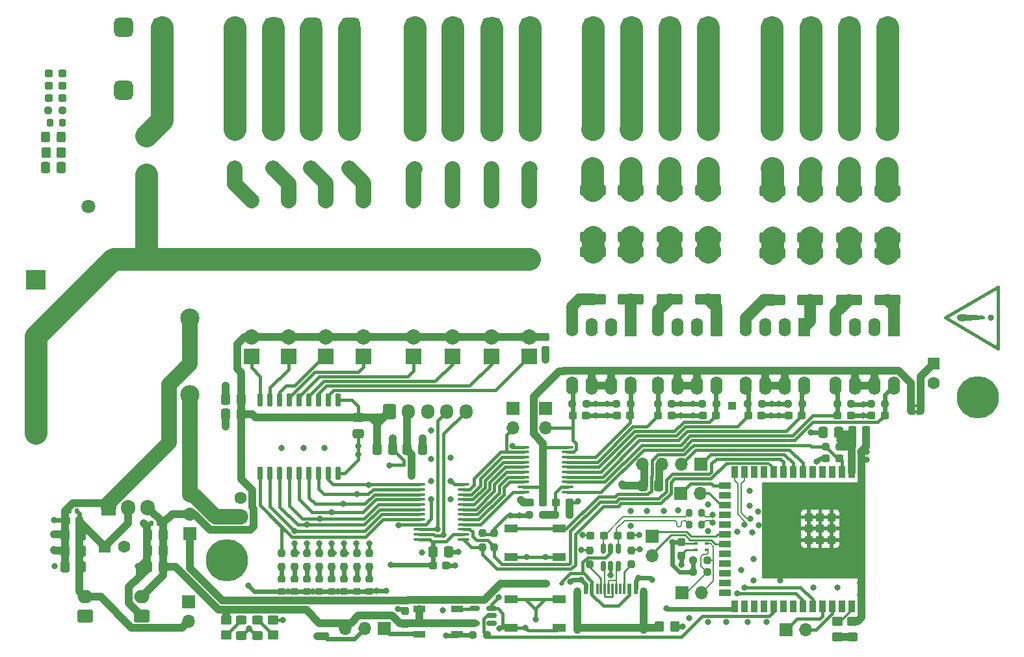
<source format=gbr>
%TF.GenerationSoftware,KiCad,Pcbnew,8.0.4*%
%TF.CreationDate,2024-09-08T16:09:12+02:00*%
%TF.ProjectId,hamodule,68616d6f-6475-46c6-952e-6b696361645f,20240908.24.8*%
%TF.SameCoordinates,Original*%
%TF.FileFunction,Copper,L1,Top*%
%TF.FilePolarity,Positive*%
%FSLAX46Y46*%
G04 Gerber Fmt 4.6, Leading zero omitted, Abs format (unit mm)*
G04 Created by KiCad (PCBNEW 8.0.4) date 2024-09-08 16:09:12*
%MOMM*%
%LPD*%
G01*
G04 APERTURE LIST*
G04 Aperture macros list*
%AMRoundRect*
0 Rectangle with rounded corners*
0 $1 Rounding radius*
0 $2 $3 $4 $5 $6 $7 $8 $9 X,Y pos of 4 corners*
0 Add a 4 corners polygon primitive as box body*
4,1,4,$2,$3,$4,$5,$6,$7,$8,$9,$2,$3,0*
0 Add four circle primitives for the rounded corners*
1,1,$1+$1,$2,$3*
1,1,$1+$1,$4,$5*
1,1,$1+$1,$6,$7*
1,1,$1+$1,$8,$9*
0 Add four rect primitives between the rounded corners*
20,1,$1+$1,$2,$3,$4,$5,0*
20,1,$1+$1,$4,$5,$6,$7,0*
20,1,$1+$1,$6,$7,$8,$9,0*
20,1,$1+$1,$8,$9,$2,$3,0*%
%AMFreePoly0*
4,1,19,0.500000,-0.750000,0.000000,-0.750000,0.000000,-0.744911,-0.071157,-0.744911,-0.207708,-0.704816,-0.327430,-0.627875,-0.420627,-0.520320,-0.479746,-0.390866,-0.500000,-0.250000,-0.500000,0.250000,-0.479746,0.390866,-0.420627,0.520320,-0.327430,0.627875,-0.207708,0.704816,-0.071157,0.744911,0.000000,0.744911,0.000000,0.750000,0.500000,0.750000,0.500000,-0.750000,0.500000,-0.750000,
$1*%
%AMFreePoly1*
4,1,19,0.000000,0.744911,0.071157,0.744911,0.207708,0.704816,0.327430,0.627875,0.420627,0.520320,0.479746,0.390866,0.500000,0.250000,0.500000,-0.250000,0.479746,-0.390866,0.420627,-0.520320,0.327430,-0.627875,0.207708,-0.704816,0.071157,-0.744911,0.000000,-0.744911,0.000000,-0.750000,-0.500000,-0.750000,-0.500000,0.750000,0.000000,0.750000,0.000000,0.744911,0.000000,0.744911,
$1*%
G04 Aperture macros list end*
%TA.AperFunction,EtchedComponent*%
%ADD10C,0.381000*%
%TD*%
%TA.AperFunction,EtchedComponent*%
%ADD11C,0.200000*%
%TD*%
%TA.AperFunction,EtchedComponent*%
%ADD12C,0.450000*%
%TD*%
%TA.AperFunction,EtchedComponent*%
%ADD13C,0.250000*%
%TD*%
%TA.AperFunction,EtchedComponent*%
%ADD14C,0.400000*%
%TD*%
%TA.AperFunction,EtchedComponent*%
%ADD15C,0.000000*%
%TD*%
%TA.AperFunction,SMDPad,CuDef*%
%ADD16RoundRect,0.237500X-0.237500X0.250000X-0.237500X-0.250000X0.237500X-0.250000X0.237500X0.250000X0*%
%TD*%
%TA.AperFunction,SMDPad,CuDef*%
%ADD17RoundRect,0.100000X0.637500X0.100000X-0.637500X0.100000X-0.637500X-0.100000X0.637500X-0.100000X0*%
%TD*%
%TA.AperFunction,ComponentPad*%
%ADD18R,1.700000X1.700000*%
%TD*%
%TA.AperFunction,ComponentPad*%
%ADD19O,1.700000X1.700000*%
%TD*%
%TA.AperFunction,SMDPad,CuDef*%
%ADD20RoundRect,0.249999X-1.425001X0.450001X-1.425001X-0.450001X1.425001X-0.450001X1.425001X0.450001X0*%
%TD*%
%TA.AperFunction,ComponentPad*%
%ADD21C,1.800000*%
%TD*%
%TA.AperFunction,SMDPad,CuDef*%
%ADD22RoundRect,0.250000X0.450000X-0.325000X0.450000X0.325000X-0.450000X0.325000X-0.450000X-0.325000X0*%
%TD*%
%TA.AperFunction,SMDPad,CuDef*%
%ADD23RoundRect,0.250000X0.450000X-0.350000X0.450000X0.350000X-0.450000X0.350000X-0.450000X-0.350000X0*%
%TD*%
%TA.AperFunction,ComponentPad*%
%ADD24RoundRect,0.250000X0.750000X-0.600000X0.750000X0.600000X-0.750000X0.600000X-0.750000X-0.600000X0*%
%TD*%
%TA.AperFunction,ComponentPad*%
%ADD25O,2.000000X1.700000*%
%TD*%
%TA.AperFunction,SMDPad,CuDef*%
%ADD26RoundRect,0.250000X0.337500X0.475000X-0.337500X0.475000X-0.337500X-0.475000X0.337500X-0.475000X0*%
%TD*%
%TA.AperFunction,ComponentPad*%
%ADD27R,2.500000X2.500000*%
%TD*%
%TA.AperFunction,ComponentPad*%
%ADD28C,2.500000*%
%TD*%
%TA.AperFunction,ComponentPad*%
%ADD29R,1.905000X2.000000*%
%TD*%
%TA.AperFunction,ComponentPad*%
%ADD30O,1.905000X2.000000*%
%TD*%
%TA.AperFunction,ComponentPad*%
%ADD31RoundRect,0.625000X0.625000X0.625000X-0.625000X0.625000X-0.625000X-0.625000X0.625000X-0.625000X0*%
%TD*%
%TA.AperFunction,ComponentPad*%
%ADD32C,2.000000*%
%TD*%
%TA.AperFunction,ComponentPad*%
%ADD33R,1.600000X2.400000*%
%TD*%
%TA.AperFunction,ComponentPad*%
%ADD34O,1.600000X2.400000*%
%TD*%
%TA.AperFunction,SMDPad,CuDef*%
%ADD35RoundRect,0.237500X-0.250000X-0.237500X0.250000X-0.237500X0.250000X0.237500X-0.250000X0.237500X0*%
%TD*%
%TA.AperFunction,SMDPad,CuDef*%
%ADD36RoundRect,0.237500X0.300000X0.237500X-0.300000X0.237500X-0.300000X-0.237500X0.300000X-0.237500X0*%
%TD*%
%TA.AperFunction,SMDPad,CuDef*%
%ADD37R,1.800000X1.100000*%
%TD*%
%TA.AperFunction,SMDPad,CuDef*%
%ADD38RoundRect,0.237500X-0.300000X-0.237500X0.300000X-0.237500X0.300000X0.237500X-0.300000X0.237500X0*%
%TD*%
%TA.AperFunction,SMDPad,CuDef*%
%ADD39RoundRect,0.237500X-0.237500X0.300000X-0.237500X-0.300000X0.237500X-0.300000X0.237500X0.300000X0*%
%TD*%
%TA.AperFunction,SMDPad,CuDef*%
%ADD40RoundRect,0.150000X0.150000X-0.725000X0.150000X0.725000X-0.150000X0.725000X-0.150000X-0.725000X0*%
%TD*%
%TA.AperFunction,ComponentPad*%
%ADD41R,1.600000X1.600000*%
%TD*%
%TA.AperFunction,ComponentPad*%
%ADD42C,1.600000*%
%TD*%
%TA.AperFunction,SMDPad,CuDef*%
%ADD43RoundRect,0.237500X0.237500X-0.250000X0.237500X0.250000X-0.237500X0.250000X-0.237500X-0.250000X0*%
%TD*%
%TA.AperFunction,SMDPad,CuDef*%
%ADD44RoundRect,0.218750X0.256250X-0.218750X0.256250X0.218750X-0.256250X0.218750X-0.256250X-0.218750X0*%
%TD*%
%TA.AperFunction,ComponentPad*%
%ADD45R,2.000000X2.000000*%
%TD*%
%TA.AperFunction,SMDPad,CuDef*%
%ADD46RoundRect,0.150000X0.512500X0.150000X-0.512500X0.150000X-0.512500X-0.150000X0.512500X-0.150000X0*%
%TD*%
%TA.AperFunction,SMDPad,CuDef*%
%ADD47RoundRect,0.200000X0.200000X0.275000X-0.200000X0.275000X-0.200000X-0.275000X0.200000X-0.275000X0*%
%TD*%
%TA.AperFunction,SMDPad,CuDef*%
%ADD48R,0.900000X1.500000*%
%TD*%
%TA.AperFunction,SMDPad,CuDef*%
%ADD49R,1.500000X0.900000*%
%TD*%
%TA.AperFunction,SMDPad,CuDef*%
%ADD50R,1.000000X1.000000*%
%TD*%
%TA.AperFunction,SMDPad,CuDef*%
%ADD51RoundRect,0.237500X0.237500X-0.300000X0.237500X0.300000X-0.237500X0.300000X-0.237500X-0.300000X0*%
%TD*%
%TA.AperFunction,ComponentPad*%
%ADD52R,1.000000X1.000000*%
%TD*%
%TA.AperFunction,SMDPad,CuDef*%
%ADD53RoundRect,0.250000X-0.450000X0.325000X-0.450000X-0.325000X0.450000X-0.325000X0.450000X0.325000X0*%
%TD*%
%TA.AperFunction,SMDPad,CuDef*%
%ADD54RoundRect,0.250000X-0.337500X-0.475000X0.337500X-0.475000X0.337500X0.475000X-0.337500X0.475000X0*%
%TD*%
%TA.AperFunction,SMDPad,CuDef*%
%ADD55RoundRect,0.112500X-0.187500X-0.112500X0.187500X-0.112500X0.187500X0.112500X-0.187500X0.112500X0*%
%TD*%
%TA.AperFunction,SMDPad,CuDef*%
%ADD56RoundRect,0.250000X0.350000X0.450000X-0.350000X0.450000X-0.350000X-0.450000X0.350000X-0.450000X0*%
%TD*%
%TA.AperFunction,SMDPad,CuDef*%
%ADD57RoundRect,0.140000X-0.140000X-0.170000X0.140000X-0.170000X0.140000X0.170000X-0.140000X0.170000X0*%
%TD*%
%TA.AperFunction,SMDPad,CuDef*%
%ADD58R,0.600000X1.450000*%
%TD*%
%TA.AperFunction,SMDPad,CuDef*%
%ADD59R,0.300000X1.450000*%
%TD*%
%TA.AperFunction,ComponentPad*%
%ADD60O,1.000000X2.100000*%
%TD*%
%TA.AperFunction,ComponentPad*%
%ADD61O,1.000000X1.600000*%
%TD*%
%TA.AperFunction,ComponentPad*%
%ADD62RoundRect,0.250000X-0.600000X-0.725000X0.600000X-0.725000X0.600000X0.725000X-0.600000X0.725000X0*%
%TD*%
%TA.AperFunction,ComponentPad*%
%ADD63O,1.700000X1.950000*%
%TD*%
%TA.AperFunction,SMDPad,CuDef*%
%ADD64RoundRect,0.250000X0.325000X0.450000X-0.325000X0.450000X-0.325000X-0.450000X0.325000X-0.450000X0*%
%TD*%
%TA.AperFunction,SMDPad,CuDef*%
%ADD65RoundRect,0.250000X-0.475000X0.337500X-0.475000X-0.337500X0.475000X-0.337500X0.475000X0.337500X0*%
%TD*%
%TA.AperFunction,ComponentPad*%
%ADD66C,5.500000*%
%TD*%
%TA.AperFunction,SMDPad,CuDef*%
%ADD67RoundRect,0.140000X0.140000X0.170000X-0.140000X0.170000X-0.140000X-0.170000X0.140000X-0.170000X0*%
%TD*%
%TA.AperFunction,SMDPad,CuDef*%
%ADD68RoundRect,0.250000X-0.350000X-0.450000X0.350000X-0.450000X0.350000X0.450000X-0.350000X0.450000X0*%
%TD*%
%TA.AperFunction,SMDPad,CuDef*%
%ADD69R,0.500000X0.300000*%
%TD*%
%TA.AperFunction,SMDPad,CuDef*%
%ADD70RoundRect,0.150000X0.150000X-0.512500X0.150000X0.512500X-0.150000X0.512500X-0.150000X-0.512500X0*%
%TD*%
%TA.AperFunction,SMDPad,CuDef*%
%ADD71RoundRect,0.237500X0.250000X0.237500X-0.250000X0.237500X-0.250000X-0.237500X0.250000X-0.237500X0*%
%TD*%
%TA.AperFunction,SMDPad,CuDef*%
%ADD72FreePoly0,0.000000*%
%TD*%
%TA.AperFunction,SMDPad,CuDef*%
%ADD73FreePoly1,0.000000*%
%TD*%
%TA.AperFunction,SMDPad,CuDef*%
%ADD74RoundRect,0.218750X0.218750X0.256250X-0.218750X0.256250X-0.218750X-0.256250X0.218750X-0.256250X0*%
%TD*%
%TA.AperFunction,ViaPad*%
%ADD75C,0.800000*%
%TD*%
%TA.AperFunction,Conductor*%
%ADD76C,1.000000*%
%TD*%
%TA.AperFunction,Conductor*%
%ADD77C,0.600000*%
%TD*%
%TA.AperFunction,Conductor*%
%ADD78C,0.400000*%
%TD*%
%TA.AperFunction,Conductor*%
%ADD79C,0.350000*%
%TD*%
%TA.AperFunction,Conductor*%
%ADD80C,0.250000*%
%TD*%
%TA.AperFunction,Conductor*%
%ADD81C,3.000000*%
%TD*%
%TA.AperFunction,Conductor*%
%ADD82C,2.000000*%
%TD*%
%TA.AperFunction,Conductor*%
%ADD83C,0.200000*%
%TD*%
%TA.AperFunction,Conductor*%
%ADD84C,1.500000*%
%TD*%
G04 APERTURE END LIST*
D10*
%TO.C,G9*%
X122164000Y42468400D02*
X129084000Y46468400D01*
D11*
X122584000Y42318400D02*
X122584000Y42628400D01*
X129064000Y45978400D02*
X128654736Y46244722D01*
X129064000Y38958400D02*
X128654736Y38692078D01*
D10*
X129084000Y46468400D02*
X129084000Y38468400D01*
X129084000Y38468400D02*
X122164000Y42468400D01*
D12*
X124349000Y42468400D02*
G75*
G02*
X123899000Y42468400I-225000J0D01*
G01*
X123899000Y42468400D02*
G75*
G02*
X124349000Y42468400I225000J0D01*
G01*
D13*
X127249000Y42468400D02*
G75*
G02*
X126999000Y42468400I-125000J0D01*
G01*
X126999000Y42468400D02*
G75*
G02*
X127249000Y42468400I125000J0D01*
G01*
D14*
X128324000Y42468400D02*
G75*
G02*
X127924000Y42468400I-200000J0D01*
G01*
X127924000Y42468400D02*
G75*
G02*
X128324000Y42468400I200000J0D01*
G01*
D15*
%TA.AperFunction,EtchedComponent*%
G36*
X127124000Y42718400D02*
G01*
X127124000Y42218400D01*
X124124000Y42018400D01*
X124124000Y42918400D01*
X127124000Y42718400D01*
G37*
%TD.AperFunction*%
%TA.AperFunction,EtchedComponent*%
%TO.C,JP1*%
G36*
X118574000Y30768400D02*
G01*
X118074000Y30768400D01*
X118074000Y31168400D01*
X118574000Y31168400D01*
X118574000Y30768400D01*
G37*
%TD.AperFunction*%
%TA.AperFunction,EtchedComponent*%
G36*
X118574000Y29968400D02*
G01*
X118074000Y29968400D01*
X118074000Y30368400D01*
X118574000Y30368400D01*
X118574000Y29968400D01*
G37*
%TD.AperFunction*%
%TD*%
D16*
%TO.P,R38,1*%
%TO.N,3.3V+*%
X61874000Y14368400D03*
%TO.P,R38,2*%
%TO.N,TCAL_INT*%
X61874000Y12543400D03*
%TD*%
%TO.P,R37,2*%
%TO.N,TCAL_RESET*%
X63424000Y12555900D03*
%TO.P,R37,1*%
%TO.N,3.3V+*%
X63424000Y14380900D03*
%TD*%
D17*
%TO.P,U12,24,VCCP*%
%TO.N,3.3V+*%
X53724000Y13568400D03*
%TO.P,U12,23,SDA*%
%TO.N,SDA*%
X53724000Y14218400D03*
%TO.P,U12,22,SCL*%
%TO.N,SCL*%
X53724000Y14868400D03*
%TO.P,U12,21,ADDR*%
%TO.N,GND*%
X53724000Y15518400D03*
%TO.P,U12,20,P17*%
%TO.N,Net-(U11-I1)*%
X53724000Y16168400D03*
%TO.P,U12,19,P16*%
%TO.N,Net-(U11-I2)*%
X53724000Y16818400D03*
%TO.P,U12,18,P15*%
%TO.N,Net-(U11-I3)*%
X53724000Y17468400D03*
%TO.P,U12,17,P14*%
%TO.N,Net-(U11-I4)*%
X53724000Y18118400D03*
%TO.P,U12,16,P13*%
%TO.N,Net-(U11-I5)*%
X53724000Y18768400D03*
%TO.P,U12,15,P12*%
%TO.N,Net-(U11-I6)*%
X53724000Y19418400D03*
%TO.P,U12,14,P11*%
%TO.N,Net-(U11-I7)*%
X53724000Y20068400D03*
%TO.P,U12,13,P10*%
%TO.N,Net-(U11-I8)*%
X53724000Y20718400D03*
%TO.P,U12,12,GND*%
%TO.N,GND*%
X59449000Y20718400D03*
%TO.P,U12,11,P07*%
%TO.N,Net-(J17-Pin_2)*%
X59449000Y20068400D03*
%TO.P,U12,10,P06*%
%TO.N,Net-(U12-P06)*%
X59449000Y19418400D03*
%TO.P,U12,9,P05*%
%TO.N,Net-(U12-P05)*%
X59449000Y18768400D03*
%TO.P,U12,8,P04*%
%TO.N,Net-(U12-P04)*%
X59449000Y18118400D03*
%TO.P,U12,7,P03*%
%TO.N,Net-(U12-P03)*%
X59449000Y17468400D03*
%TO.P,U12,6,P02*%
%TO.N,Net-(U12-P02)*%
X59449000Y16818400D03*
%TO.P,U12,5,P01*%
%TO.N,Net-(U12-P01)*%
X59449000Y16168400D03*
%TO.P,U12,4,P00*%
%TO.N,Net-(U12-P00)*%
X59449000Y15518400D03*
%TO.P,U12,3,RESET*%
%TO.N,TCAL_RESET*%
X59449000Y14868400D03*
%TO.P,U12,2,VCCI*%
%TO.N,3.3V+*%
X59449000Y14218400D03*
%TO.P,U12,1,INT*%
%TO.N,TCAL_INT*%
X59449000Y13568400D03*
%TD*%
D18*
%TO.P,J5,1,Pin_1*%
%TO.N,3.3V+*%
X23674000Y5448400D03*
D19*
%TO.P,J5,2,Pin_2*%
%TO.N,Net-(J4-Pin_2)*%
X23674000Y2908400D03*
%TD*%
D20*
%TO.P,R12,1*%
%TO.N,Net-(F5-Pad1)*%
X76275000Y59056900D03*
%TO.P,R12,2*%
%TO.N,Net-(R12-Pad2)*%
X76275000Y52956900D03*
%TD*%
%TO.P,R11,1*%
%TO.N,Net-(F4-Pad1)*%
X81228000Y59056900D03*
%TO.P,R11,2*%
%TO.N,Net-(R11-Pad2)*%
X81228000Y52956900D03*
%TD*%
D21*
%TO.P,RV1,1*%
%TO.N,220VAC(N)*%
X10626400Y57005330D03*
%TO.P,RV1,2*%
%TO.N,220VAC(L)*%
X18126400Y55372000D03*
%TD*%
D20*
%TO.P,R19,1*%
%TO.N,Net-(R11-Pad2)*%
X81228000Y51005100D03*
%TO.P,R19,2*%
%TO.N,Net-(R19-Pad2)*%
X81228000Y44905100D03*
%TD*%
%TO.P,R20,1*%
%TO.N,Net-(R12-Pad2)*%
X76275000Y51005100D03*
%TO.P,R20,2*%
%TO.N,Net-(R20-Pad2)*%
X76275000Y44905100D03*
%TD*%
D22*
%TO.P,D2,1,K*%
%TO.N,GND*%
X30524000Y993400D03*
%TO.P,D2,2,A*%
%TO.N,Net-(D2-A)*%
X30524000Y3043400D03*
%TD*%
D23*
%TO.P,R7,1*%
%TO.N,Net-(D2-A)*%
X28524000Y1068400D03*
%TO.P,R7,2*%
%TO.N,5V+*%
X28524000Y3068400D03*
%TD*%
D24*
%TO.P,J1,1,Pin_1*%
%TO.N,GND*%
X17574000Y3568700D03*
D25*
%TO.P,J1,2,Pin_2*%
%TO.N,5V+*%
X17574000Y6068700D03*
%TD*%
D26*
%TO.P,C14,1*%
%TO.N,Net-(J4-Pin_2)*%
X9644200Y14098600D03*
%TO.P,C14,2*%
%TO.N,GND*%
X7569200Y14098600D03*
%TD*%
%TO.P,C8,1*%
%TO.N,5V+*%
X20361500Y12068400D03*
%TO.P,C8,2*%
%TO.N,GND*%
X18286500Y12068400D03*
%TD*%
D27*
%TO.P,PS1,1,VAC_IN(N)*%
%TO.N,220VAC(N)*%
X3780000Y47421800D03*
D28*
%TO.P,PS1,5,VAC_IN(L)*%
%TO.N,220VAC(L)*%
X3780000Y27421800D03*
%TO.P,PS1,7,+VOUT*%
%TO.N,5V+_PS*%
X23780000Y32421800D03*
%TO.P,PS1,9,-VOUT*%
%TO.N,GND*%
X23780000Y42421800D03*
%TD*%
D29*
%TO.P,U1,1,GND*%
%TO.N,GND*%
X13242700Y17729200D03*
D30*
%TO.P,U1,2,VO*%
%TO.N,Net-(J4-Pin_2)*%
X15782700Y17729200D03*
%TO.P,U1,3,VI*%
%TO.N,5V+*%
X18322700Y17729200D03*
%TD*%
D31*
%TO.P,J15,1,1*%
%TO.N,Net-(F13-Pad2)*%
X44691800Y72136000D03*
%TO.P,J15,2,2*%
X44691800Y80335999D03*
%TO.P,J15,3,3*%
%TO.N,Net-(F12-Pad2)*%
X39691800Y72136000D03*
%TO.P,J15,4,4*%
X39691800Y80335999D03*
%TO.P,J15,5,5*%
%TO.N,Net-(F11-Pad2)*%
X34691800Y72136000D03*
%TO.P,J15,6,6*%
X34691800Y80335999D03*
%TO.P,J15,7,7*%
%TO.N,Net-(F10-Pad2)*%
X29691800Y72136000D03*
%TO.P,J15,8,8*%
X29691800Y80335999D03*
%TD*%
%TO.P,J2,1,1*%
%TO.N,Net-(F1-Pad1)*%
X20144000Y72112401D03*
%TO.P,J2,2,2*%
X20144000Y80312400D03*
%TO.P,J2,3,3*%
%TO.N,220VAC(N)*%
X15144000Y72112401D03*
%TO.P,J2,4,4*%
X15144000Y80312400D03*
%TD*%
%TO.P,J7,1,1*%
%TO.N,Net-(F2-Pad2)*%
X91264000Y72140201D03*
%TO.P,J7,2,2*%
X91264000Y80340200D03*
%TO.P,J7,3,3*%
%TO.N,Net-(F3-Pad2)*%
X86264000Y72140201D03*
%TO.P,J7,4,4*%
X86264000Y80340200D03*
%TO.P,J7,5,5*%
%TO.N,Net-(F4-Pad2)*%
X81264000Y72140201D03*
%TO.P,J7,6,6*%
X81264000Y80340200D03*
%TO.P,J7,7,7*%
%TO.N,Net-(F5-Pad2)*%
X76264000Y72140201D03*
%TO.P,J7,8,8*%
X76264000Y80340200D03*
%TD*%
D32*
%TO.P,F1,1*%
%TO.N,Net-(F1-Pad1)*%
X18161000Y66243200D03*
%TO.P,F1,2*%
%TO.N,220VAC(L)*%
X18151000Y61163200D03*
%TD*%
D33*
%TO.P,U4,1*%
%TO.N,Net-(R23-Pad2)*%
X115513178Y41232282D03*
D34*
%TO.P,U4,2*%
%TO.N,220VAC(N)-LowV*%
X112973178Y41232282D03*
%TO.P,U4,3*%
X110433178Y41232282D03*
%TO.P,U4,4*%
%TO.N,Net-(R24-Pad2)*%
X107893178Y41232282D03*
%TO.P,U4,5*%
%TO.N,Net-(U9-A2)*%
X107893178Y33612282D03*
%TO.P,U4,6*%
%TO.N,3.3V+*%
X110433178Y33612282D03*
%TO.P,U4,7*%
X112973178Y33612282D03*
%TO.P,U4,8*%
%TO.N,Net-(U9-A1)*%
X115513178Y33612282D03*
%TD*%
D20*
%TO.P,R21,1*%
%TO.N,Net-(R21-Pad1)*%
X91286400Y51005100D03*
%TO.P,R21,2*%
%TO.N,Net-(R21-Pad2)*%
X91286400Y44905100D03*
%TD*%
%TO.P,R10,1*%
%TO.N,Net-(F3-Pad1)*%
X86257200Y59056900D03*
%TO.P,R10,2*%
%TO.N,Net-(R10-Pad2)*%
X86257200Y52956900D03*
%TD*%
%TO.P,R9,1*%
%TO.N,Net-(F2-Pad1)*%
X91286400Y59056900D03*
%TO.P,R9,2*%
%TO.N,Net-(R21-Pad1)*%
X91286400Y52956900D03*
%TD*%
D33*
%TO.P,U7,1*%
%TO.N,Net-(R19-Pad2)*%
X81205300Y41228800D03*
D34*
%TO.P,U7,2*%
%TO.N,220VAC(N)-LowV*%
X78665300Y41228800D03*
%TO.P,U7,3*%
X76125300Y41228800D03*
%TO.P,U7,4*%
%TO.N,Net-(R20-Pad2)*%
X73585300Y41228800D03*
%TO.P,U7,5*%
%TO.N,Net-(J19-Pin_2)*%
X73585300Y33608800D03*
%TO.P,U7,6*%
%TO.N,3.3V+*%
X76125300Y33608800D03*
%TO.P,U7,7*%
X78665300Y33608800D03*
%TO.P,U7,8*%
%TO.N,Net-(U9-A7)*%
X81205300Y33608800D03*
%TD*%
D33*
%TO.P,U6,1*%
%TO.N,Net-(R21-Pad2)*%
X92381300Y41228800D03*
D34*
%TO.P,U6,2*%
%TO.N,220VAC(N)-LowV*%
X89841300Y41228800D03*
%TO.P,U6,3*%
X87301300Y41228800D03*
%TO.P,U6,4*%
%TO.N,Net-(R22-Pad2)*%
X84761300Y41228800D03*
%TO.P,U6,5*%
%TO.N,Net-(U9-A6)*%
X84761300Y33608800D03*
%TO.P,U6,6*%
%TO.N,3.3V+*%
X87301300Y33608800D03*
%TO.P,U6,7*%
X89841300Y33608800D03*
%TO.P,U6,8*%
%TO.N,Net-(U9-A5)*%
X92381300Y33608800D03*
%TD*%
D20*
%TO.P,R22,1*%
%TO.N,Net-(R10-Pad2)*%
X86257200Y51005100D03*
%TO.P,R22,2*%
%TO.N,Net-(R22-Pad2)*%
X86257200Y44905100D03*
%TD*%
D35*
%TO.P,R1,1*%
%TO.N,EN*%
X106588402Y25681201D03*
%TO.P,R1,2*%
%TO.N,3.3V+*%
X108413402Y25681201D03*
%TD*%
D36*
%TO.P,C3,1*%
%TO.N,EN*%
X108350902Y24157201D03*
%TO.P,C3,2*%
%TO.N,GND*%
X106625902Y24157201D03*
%TD*%
D25*
%TO.P,J4,2,Pin_2*%
%TO.N,Net-(J4-Pin_2)*%
X10174000Y6068700D03*
D24*
%TO.P,J4,1,Pin_1*%
%TO.N,GND*%
X10174000Y3568700D03*
%TD*%
D37*
%TO.P,SW2,1,1*%
%TO.N,EN*%
X65671000Y14968400D03*
X71871000Y14968400D03*
%TO.P,SW2,2,2*%
%TO.N,GND*%
X65671000Y11268400D03*
X71871000Y11268400D03*
%TD*%
%TO.P,SW3,1,1*%
%TO.N,IO0*%
X65669800Y5765800D03*
X71869800Y5765800D03*
%TO.P,SW3,2,2*%
%TO.N,GND*%
X65669800Y2065800D03*
X71869800Y2065800D03*
%TD*%
D18*
%TO.P,J10,1,Pin_1*%
%TO.N,RXD0*%
X101429402Y1808701D03*
D19*
%TO.P,J10,2,Pin_2*%
%TO.N,TXD0*%
X103969402Y1808701D03*
%TD*%
D38*
%TO.P,C6,1*%
%TO.N,3.3V+*%
X110099000Y26268400D03*
%TO.P,C6,2*%
%TO.N,GND*%
X111824000Y26268400D03*
%TD*%
D39*
%TO.P,C30,1*%
%TO.N,3.3V+*%
X87779402Y13161201D03*
%TO.P,C30,2*%
%TO.N,GND*%
X87779402Y11436201D03*
%TD*%
D18*
%TO.P,J19,1,Pin_1*%
%TO.N,GND*%
X70124000Y30608400D03*
D19*
%TO.P,J19,2,Pin_2*%
%TO.N,Net-(J19-Pin_2)*%
X70124000Y28068400D03*
%TD*%
D36*
%TO.P,C11,1*%
%TO.N,Net-(C11-Pad1)*%
X77724000Y14078701D03*
%TO.P,C11,2*%
%TO.N,GND*%
X75999000Y14078701D03*
%TD*%
D22*
%TO.P,D3,1,K*%
%TO.N,GND*%
X32624000Y968400D03*
%TO.P,D3,2,A*%
%TO.N,Net-(D3-A)*%
X32624000Y3018400D03*
%TD*%
D40*
%TO.P,U11,1,I1*%
%TO.N,Net-(U11-I1)*%
X32964000Y22168400D03*
%TO.P,U11,2,I2*%
%TO.N,Net-(U11-I2)*%
X34234000Y22168400D03*
%TO.P,U11,3,I3*%
%TO.N,Net-(U11-I3)*%
X35504000Y22168400D03*
%TO.P,U11,4,I4*%
%TO.N,Net-(U11-I4)*%
X36774000Y22168400D03*
%TO.P,U11,5,I5*%
%TO.N,Net-(U11-I5)*%
X38044000Y22168400D03*
%TO.P,U11,6,I6*%
%TO.N,Net-(U11-I6)*%
X39314000Y22168400D03*
%TO.P,U11,7,I7*%
%TO.N,Net-(U11-I7)*%
X40584000Y22168400D03*
%TO.P,U11,8,I8*%
%TO.N,Net-(U11-I8)*%
X41854000Y22168400D03*
%TO.P,U11,9,GND*%
%TO.N,GND*%
X43124000Y22168400D03*
%TO.P,U11,10,COM*%
%TO.N,5V+*%
X43124000Y31718400D03*
%TO.P,U11,11,O8*%
%TO.N,Net-(U11-O8)*%
X41854000Y31718400D03*
%TO.P,U11,12,O7*%
%TO.N,Net-(U11-O7)*%
X40584000Y31718400D03*
%TO.P,U11,13,O6*%
%TO.N,Net-(U11-O6)*%
X39314000Y31718400D03*
%TO.P,U11,14,O5*%
%TO.N,Net-(U11-O5)*%
X38044000Y31718400D03*
%TO.P,U11,15,O4*%
%TO.N,Net-(U11-O4)*%
X36774000Y31718400D03*
%TO.P,U11,16,O3*%
%TO.N,Net-(U11-O3)*%
X35504000Y31718400D03*
%TO.P,U11,17,O2*%
%TO.N,Net-(U11-O2)*%
X34234000Y31718400D03*
%TO.P,U11,18,O1*%
%TO.N,Net-(U11-O1)*%
X32964000Y31718400D03*
%TD*%
D41*
%TO.P,C19,1*%
%TO.N,Net-(JP1-B)*%
X120624000Y36468400D03*
D42*
%TO.P,C19,2*%
%TO.N,GND*%
X120624000Y33968400D03*
%TD*%
D18*
%TO.P,J14,1,Pin_1*%
%TO.N,GPIO15*%
X90364000Y23368400D03*
D19*
%TO.P,J14,2,Pin_2*%
%TO.N,GPIO7*%
X87824000Y23368400D03*
%TO.P,J14,3,Pin_3*%
%TO.N,GND*%
X85284000Y23368400D03*
%TO.P,J14,4,Pin_4*%
%TO.N,3.3V+*%
X82744000Y23368400D03*
%TD*%
D43*
%TO.P,R46,1*%
%TO.N,Net-(D6-A)*%
X37396000Y9965496D03*
%TO.P,R46,2*%
%TO.N,Net-(U11-I2)*%
X37396000Y11790496D03*
%TD*%
D31*
%TO.P,J6,1,1*%
%TO.N,Net-(F6-Pad2)*%
X114621702Y72140201D03*
%TO.P,J6,2,2*%
X114621702Y80340200D03*
%TO.P,J6,3,3*%
%TO.N,Net-(F7-Pad2)*%
X109621702Y72140201D03*
%TO.P,J6,4,4*%
X109621702Y80340200D03*
%TO.P,J6,5,5*%
%TO.N,Net-(F8-Pad2)*%
X104621702Y72140201D03*
%TO.P,J6,6,6*%
X104621702Y80340200D03*
%TO.P,J6,7,7*%
%TO.N,Net-(F9-Pad2)*%
X99621702Y72140201D03*
%TO.P,J6,8,8*%
X99621702Y80340200D03*
%TD*%
%TO.P,J16,1,1*%
%TO.N,Net-(F17-Pad2)*%
X68059800Y72136000D03*
%TO.P,J16,2,2*%
X68059800Y80335999D03*
%TO.P,J16,3,3*%
%TO.N,Net-(F16-Pad2)*%
X63059800Y72136000D03*
%TO.P,J16,4,4*%
X63059800Y80335999D03*
%TO.P,J16,5,5*%
%TO.N,Net-(F15-Pad2)*%
X58059800Y72136000D03*
%TO.P,J16,6,6*%
X58059800Y80335999D03*
%TO.P,J16,7,7*%
%TO.N,Net-(F14-Pad2)*%
X53059800Y72136000D03*
%TO.P,J16,8,8*%
X53059800Y80335999D03*
%TD*%
D43*
%TO.P,R45,1*%
%TO.N,Net-(D5-A)*%
X35770400Y9967396D03*
%TO.P,R45,2*%
%TO.N,Net-(U11-I1)*%
X35770400Y11792396D03*
%TD*%
D20*
%TO.P,R25,1*%
%TO.N,Net-(R15-Pad2)*%
X104583200Y50900600D03*
%TO.P,R25,2*%
%TO.N,Net-(R25-Pad2)*%
X104583200Y44800600D03*
%TD*%
D38*
%TO.P,C25,1*%
%TO.N,Net-(U9-A4)*%
X96524002Y29707101D03*
%TO.P,C25,2*%
%TO.N,GND*%
X98249002Y29707101D03*
%TD*%
D36*
%TO.P,C40,1*%
%TO.N,unconnected-(C40-Pad1)*%
X7174000Y72718400D03*
%TO.P,C40,2*%
%TO.N,unconnected-(C40-Pad2)*%
X5449000Y72718400D03*
%TD*%
D20*
%TO.P,R15,1*%
%TO.N,Net-(F8-Pad1)*%
X104583200Y59032600D03*
%TO.P,R15,2*%
%TO.N,Net-(R15-Pad2)*%
X104583200Y52932600D03*
%TD*%
D44*
%TO.P,D5,1,K*%
%TO.N,GND*%
X35770400Y6790296D03*
%TO.P,D5,2,A*%
%TO.N,Net-(D5-A)*%
X35770400Y8365296D03*
%TD*%
D38*
%TO.P,C23,1*%
%TO.N,Net-(U9-A2)*%
X108156102Y29707101D03*
%TO.P,C23,2*%
%TO.N,GND*%
X109881102Y29707101D03*
%TD*%
D21*
%TO.P,F15,1*%
%TO.N,Net-(F15-Pad1)*%
X58026800Y61849000D03*
%TO.P,F15,2*%
%TO.N,Net-(F15-Pad2)*%
X58026800Y66929000D03*
%TD*%
D23*
%TO.P,R8,1*%
%TO.N,Net-(D3-A)*%
X34624000Y1068400D03*
%TO.P,R8,2*%
%TO.N,3.3V+*%
X34624000Y3068400D03*
%TD*%
D35*
%TO.P,R32,1*%
%TO.N,Net-(U9-A6)*%
X84738626Y31255920D03*
%TO.P,R32,2*%
%TO.N,GND*%
X86563626Y31255920D03*
%TD*%
D45*
%TO.P,K5,1*%
%TO.N,Net-(U11-O5)*%
X52911000Y37424500D03*
D32*
%TO.P,K5,2*%
%TO.N,5V+*%
X52911000Y39964500D03*
%TO.P,K5,3*%
%TO.N,220VAC(L)*%
X52911000Y50124500D03*
%TO.P,K5,4*%
%TO.N,Net-(F14-Pad1)*%
X52911000Y57744500D03*
%TD*%
D18*
%TO.P,J12,1,Pin_1*%
%TO.N,GPIO3*%
X87724000Y19568400D03*
D19*
%TO.P,J12,2,Pin_2*%
%TO.N,GPIO9*%
X90264000Y19568400D03*
%TD*%
D21*
%TO.P,F4,1*%
%TO.N,Net-(F4-Pad1)*%
X81228000Y61952500D03*
%TO.P,F4,2*%
%TO.N,Net-(F4-Pad2)*%
X81228000Y67032500D03*
%TD*%
D43*
%TO.P,R50,1*%
%TO.N,Net-(D10-A)*%
X43898400Y9967396D03*
%TO.P,R50,2*%
%TO.N,Net-(U11-I6)*%
X43898400Y11792396D03*
%TD*%
%TO.P,R49,1*%
%TO.N,Net-(D9-A)*%
X42272800Y9965496D03*
%TO.P,R49,2*%
%TO.N,Net-(U11-I5)*%
X42272800Y11790496D03*
%TD*%
D20*
%TO.P,R26,1*%
%TO.N,Net-(R16-Pad2)*%
X99644200Y50852800D03*
%TO.P,R26,2*%
%TO.N,Net-(R26-Pad2)*%
X99644200Y44752800D03*
%TD*%
D35*
%TO.P,R34,1*%
%TO.N,Net-(J19-Pin_2)*%
X73611526Y31255920D03*
%TO.P,R34,2*%
%TO.N,GND*%
X75436526Y31255920D03*
%TD*%
D46*
%TO.P,U10,1,NC*%
%TO.N,unconnected-(U10-NC-Pad1)*%
X63124000Y2641600D03*
%TO.P,U10,2,A*%
%TO.N,RGBLED*%
X63124000Y3591600D03*
%TO.P,U10,3,GND*%
%TO.N,GND*%
X63124000Y4541600D03*
%TO.P,U10,4,Y*%
%TO.N,Net-(D4-DIN)*%
X60849000Y4541600D03*
%TO.P,U10,5,VCC*%
%TO.N,5V+*%
X60849000Y2641600D03*
%TD*%
D47*
%TO.P,R5,1*%
%TO.N,/ESP-D-*%
X90454402Y16988701D03*
%TO.P,R5,2*%
%TO.N,Net-(C11-Pad1)*%
X88804402Y16988701D03*
%TD*%
D41*
%TO.P,C18,1*%
%TO.N,5V+_PS*%
X30424000Y16486020D03*
D42*
%TO.P,C18,2*%
%TO.N,GND*%
X30424000Y18986020D03*
%TD*%
D35*
%TO.P,R27,1*%
%TO.N,GND*%
X112511500Y31231101D03*
%TO.P,R27,2*%
%TO.N,Net-(U9-A1)*%
X114336500Y31231101D03*
%TD*%
D20*
%TO.P,R16,1*%
%TO.N,Net-(F9-Pad1)*%
X99644200Y58982800D03*
%TO.P,R16,2*%
%TO.N,Net-(R16-Pad2)*%
X99644200Y52882800D03*
%TD*%
D47*
%TO.P,R6,1*%
%TO.N,/ESP-D+*%
X90454402Y15513701D03*
%TO.P,R6,2*%
%TO.N,Net-(C13-Pad1)*%
X88804402Y15513701D03*
%TD*%
D48*
%TO.P,U3,1,GND*%
%TO.N,GND*%
X111239402Y22348701D03*
%TO.P,U3,2,3V3*%
%TO.N,3.3V+*%
X109969402Y22348701D03*
%TO.P,U3,3,EN*%
%TO.N,EN*%
X108699402Y22348701D03*
%TO.P,U3,4,GPIO4/TOUCH4/ADC1_CH3*%
%TO.N,unconnected-(U3-GPIO4{slash}TOUCH4{slash}ADC1_CH3-Pad4)*%
X107429402Y22348701D03*
%TO.P,U3,5,GPIO5/TOUCH5/ADC1_CH4*%
%TO.N,unconnected-(U3-GPIO5{slash}TOUCH5{slash}ADC1_CH4-Pad5)*%
X106159402Y22348701D03*
%TO.P,U3,6,GPIO6/TOUCH6/ADC1_CH5*%
%TO.N,unconnected-(U3-GPIO6{slash}TOUCH6{slash}ADC1_CH5-Pad6)*%
X104889402Y22348701D03*
%TO.P,U3,7,GPIO7/TOUCH7/ADC1_CH6*%
%TO.N,GPIO7*%
X103619402Y22348701D03*
%TO.P,U3,8,GPIO15/U0RTS/ADC2_CH4/XTAL_32K_P*%
%TO.N,GPIO15*%
X102349402Y22348701D03*
%TO.P,U3,9,GPIO16/U0CTS/ADC2_CH5/XTAL_32K_NH5*%
%TO.N,TCAL_RESET*%
X101079402Y22348701D03*
%TO.P,U3,10,GPIO17/U1TXD/ADC2_CH6*%
%TO.N,TCAL_INT*%
X99809402Y22348701D03*
%TO.P,U3,11,GPIO18/U1RXD/ADC2_CH7/CLK_OUT3*%
%TO.N,unconnected-(U3-GPIO18{slash}U1RXD{slash}ADC2_CH7{slash}CLK_OUT3-Pad11)*%
X98539402Y22348701D03*
%TO.P,U3,12,GPIO8/TOUCH8/ADC1_CH7/SUBSPICS1*%
%TO.N,unconnected-(U3-GPIO8{slash}TOUCH8{slash}ADC1_CH7{slash}SUBSPICS1-Pad12)*%
X97269402Y22348701D03*
%TO.P,U3,13,GPIO19/U1RTS/ADC2_CH8/CLK_OUT2/USB_D-*%
%TO.N,/ESP-D-*%
X95999402Y22348701D03*
%TO.P,U3,14,GPIO20/U1CTS/ADC2_CH9/CLK_OUT1/USB_D+*%
%TO.N,/ESP-D+*%
X94729402Y22348701D03*
D49*
%TO.P,U3,15,GPIO3/TOUCH3/ADC1_CH2*%
%TO.N,GPIO3*%
X93479402Y20583701D03*
%TO.P,U3,16,GPIO46*%
%TO.N,unconnected-(U3-GPIO46-Pad16)*%
X93479402Y19313701D03*
%TO.P,U3,17,GPIO9/TOUCH9/ADC1_CH8/FSPIHD/SUBSPIHD*%
%TO.N,GPIO9*%
X93479402Y18043701D03*
%TO.P,U3,18,GPIO10/TOUCH10/ADC1_CH9/FSPICS0/FSPIIO4/SUBSPICS0*%
%TO.N,unconnected-(U3-GPIO10{slash}TOUCH10{slash}ADC1_CH9{slash}FSPICS0{slash}FSPIIO4{slash}SUBSPICS0-Pad18)*%
X93479402Y16773701D03*
%TO.P,U3,19,GPIO11/TOUCH11/ADC2_CH0/FSPID/FSPIIO5/SUBSPID*%
%TO.N,unconnected-(U3-GPIO11{slash}TOUCH11{slash}ADC2_CH0{slash}FSPID{slash}FSPIIO5{slash}SUBSPID-Pad19)*%
X93479402Y15503701D03*
%TO.P,U3,20,GPIO12/TOUCH12/ADC2_CH1/FSPICLK/FSPIIO6/SUBSPICLK*%
%TO.N,GPIO12*%
X93479402Y14233701D03*
%TO.P,U3,21,GPIO13/TOUCH13/ADC2_CH2/FSPIQ/FSPIIO7/SUBSPIQ*%
%TO.N,GPIO13*%
X93479402Y12963701D03*
%TO.P,U3,22,GPIO14/TOUCH14/ADC2_CH3/FSPIWP/FSPIDQS/SUBSPIWP*%
%TO.N,unconnected-(U3-GPIO14{slash}TOUCH14{slash}ADC2_CH3{slash}FSPIWP{slash}FSPIDQS{slash}SUBSPIWP-Pad22)*%
X93479402Y11693701D03*
%TO.P,U3,23,GPIO21*%
%TO.N,unconnected-(U3-GPIO21-Pad23)*%
X93479402Y10423701D03*
%TO.P,U3,24,GPIO47/SPICLK_P/SUBSPICLK_P_DIFF*%
%TO.N,unconnected-(U3-GPIO47{slash}SPICLK_P{slash}SUBSPICLK_P_DIFF-Pad24)*%
X93479402Y9153701D03*
%TO.P,U3,25,GPIO48/SPICLK_N/SUBSPICLK_N_DIFF*%
%TO.N,unconnected-(U3-GPIO48{slash}SPICLK_N{slash}SUBSPICLK_N_DIFF-Pad25)*%
X93479402Y7883701D03*
%TO.P,U3,26,GPIO45*%
%TO.N,unconnected-(U3-GPIO45-Pad26)*%
X93479402Y6613701D03*
D48*
%TO.P,U3,27,GPIO0/BOOT*%
%TO.N,IO0*%
X94729402Y4848701D03*
%TO.P,U3,28,NC*%
%TO.N,unconnected-(U3-NC-Pad28)*%
X95999402Y4848701D03*
%TO.P,U3,29,NC*%
%TO.N,unconnected-(U3-NC-Pad29)*%
X97269402Y4848701D03*
%TO.P,U3,30,NC*%
%TO.N,unconnected-(U3-NC-Pad30)*%
X98539402Y4848701D03*
%TO.P,U3,31,GPIO38/FSPIWP/SUBSPIWP*%
%TO.N,RGBLED*%
X99809402Y4848701D03*
%TO.P,U3,32,MTCK/GPIO39/CLK_OUT3/SUBSPICS1*%
%TO.N,unconnected-(U3-MTCK{slash}GPIO39{slash}CLK_OUT3{slash}SUBSPICS1-Pad32)*%
X101079402Y4848701D03*
%TO.P,U3,33,MTDO/GPIO40/CLK_OUT2*%
%TO.N,unconnected-(U3-MTDO{slash}GPIO40{slash}CLK_OUT2-Pad33)*%
X102349402Y4848701D03*
%TO.P,U3,34,MTDI/GPIO41/CLK_OUT1*%
%TO.N,SCL*%
X103619402Y4848701D03*
%TO.P,U3,35,MTMS/GPIO42*%
%TO.N,SDA*%
X104889402Y4848701D03*
%TO.P,U3,36,U0RXD/GPIO44/CLK_OUT2*%
%TO.N,RXD0*%
X106159402Y4848701D03*
%TO.P,U3,37,U0TXD/GPIO43/CLK_OUT1*%
%TO.N,TXD0*%
X107429402Y4848701D03*
%TO.P,U3,38,GPIO2/TOUCH2/ADC1_CH1*%
%TO.N,unconnected-(U3-GPIO2{slash}TOUCH2{slash}ADC1_CH1-Pad38)*%
X108699402Y4848701D03*
%TO.P,U3,39,GPIO1/TOUCH1/ADC1_CH0*%
%TO.N,LED-GPIO*%
X109969402Y4848701D03*
%TO.P,U3,40,GND*%
%TO.N,GND*%
X111239402Y4848701D03*
D50*
%TO.P,U3,41,GND*%
X107389402Y16458701D03*
X105889402Y16458701D03*
X104389402Y16458701D03*
X107389402Y14958701D03*
X105889402Y14958701D03*
X104389402Y14958701D03*
X107389402Y13458701D03*
X105889402Y13458701D03*
X104389402Y13458701D03*
%TD*%
D20*
%TO.P,R13,1*%
%TO.N,Net-(F6-Pad1)*%
X114616200Y59032600D03*
%TO.P,R13,2*%
%TO.N,Net-(R13-Pad2)*%
X114616200Y52932600D03*
%TD*%
D44*
%TO.P,D10,1,K*%
%TO.N,GND*%
X43898400Y6790396D03*
%TO.P,D10,2,A*%
%TO.N,Net-(D10-A)*%
X43898400Y8365396D03*
%TD*%
D45*
%TO.P,K6,1*%
%TO.N,Net-(U11-O6)*%
X57991000Y37424500D03*
D32*
%TO.P,K6,2*%
%TO.N,5V+*%
X57991000Y39964500D03*
%TO.P,K6,3*%
%TO.N,220VAC(L)*%
X57991000Y50124500D03*
%TO.P,K6,4*%
%TO.N,Net-(F15-Pad1)*%
X57991000Y57744500D03*
%TD*%
D35*
%TO.P,R44,1*%
%TO.N,GND*%
X60659400Y1051600D03*
%TO.P,R44,2*%
%TO.N,RGBLED*%
X62484400Y1051600D03*
%TD*%
D21*
%TO.P,F2,1*%
%TO.N,Net-(F2-Pad1)*%
X91286400Y61952500D03*
%TO.P,F2,2*%
%TO.N,Net-(F2-Pad2)*%
X91286400Y67032500D03*
%TD*%
D18*
%TO.P,J17,1,Pin_1*%
%TO.N,GND*%
X65924000Y30608400D03*
D19*
%TO.P,J17,2,Pin_2*%
%TO.N,Net-(J17-Pin_2)*%
X65924000Y28068400D03*
%TD*%
D18*
%TO.P,J13,1,Pin_1*%
%TO.N,GPIO12*%
X84039402Y13923701D03*
D19*
%TO.P,J13,2,Pin_2*%
%TO.N,GPIO13*%
X84039402Y11383701D03*
%TD*%
D21*
%TO.P,F7,1*%
%TO.N,Net-(F7-Pad1)*%
X109626400Y61950600D03*
%TO.P,F7,2*%
%TO.N,Net-(F7-Pad2)*%
X109626400Y67030600D03*
%TD*%
D51*
%TO.P,C31,1*%
%TO.N,5V+*%
X51839200Y2540700D03*
%TO.P,C31,2*%
%TO.N,GND*%
X51839200Y4265700D03*
%TD*%
D18*
%TO.P,J11,1,Pin_1*%
%TO.N,SDA*%
X87929800Y6578600D03*
D19*
%TO.P,J11,2,Pin_2*%
%TO.N,SCL*%
X90469800Y6578600D03*
%TD*%
D35*
%TO.P,R29,1*%
%TO.N,GND*%
X101706402Y31231101D03*
%TO.P,R29,2*%
%TO.N,Net-(U9-A3)*%
X103531402Y31231101D03*
%TD*%
D52*
%TO.P,TP1,1,1*%
%TO.N,GND*%
X94424000Y30968400D03*
%TD*%
D53*
%TO.P,D13,1,K*%
%TO.N,GND*%
X110058200Y2879200D03*
%TO.P,D13,2,A*%
%TO.N,Net-(D13-A)*%
X110058200Y829200D03*
%TD*%
D54*
%TO.P,C35,1*%
%TO.N,5V+*%
X48149000Y25268400D03*
%TO.P,C35,2*%
%TO.N,GND*%
X50224000Y25268400D03*
%TD*%
D38*
%TO.P,C34,1*%
%TO.N,3.3V+*%
X55449000Y10168400D03*
%TO.P,C34,2*%
%TO.N,GND*%
X57174000Y10168400D03*
%TD*%
D55*
%TO.P,D1,1,K*%
%TO.N,VBUS*%
X70174000Y7768400D03*
%TO.P,D1,2,A*%
%TO.N,Net-(D1-A)*%
X72274000Y7768400D03*
%TD*%
D21*
%TO.P,F8,1*%
%TO.N,Net-(F8-Pad1)*%
X104621800Y61950600D03*
%TO.P,F8,2*%
%TO.N,Net-(F8-Pad2)*%
X104621800Y67030600D03*
%TD*%
%TO.P,F13,1*%
%TO.N,Net-(F13-Pad1)*%
X44532300Y61935500D03*
%TO.P,F13,2*%
%TO.N,Net-(F13-Pad2)*%
X44532300Y67015500D03*
%TD*%
D33*
%TO.P,U5,1*%
%TO.N,Net-(R25-Pad2)*%
X103829178Y41232282D03*
D34*
%TO.P,U5,2*%
%TO.N,220VAC(N)-LowV*%
X101289178Y41232282D03*
%TO.P,U5,3*%
X98749178Y41232282D03*
%TO.P,U5,4*%
%TO.N,Net-(R26-Pad2)*%
X96209178Y41232282D03*
%TO.P,U5,5*%
%TO.N,Net-(U9-A4)*%
X96209178Y33612282D03*
%TO.P,U5,6*%
%TO.N,3.3V+*%
X98749178Y33612282D03*
%TO.P,U5,7*%
X101289178Y33612282D03*
%TO.P,U5,8*%
%TO.N,Net-(U9-A3)*%
X103829178Y33612282D03*
%TD*%
D20*
%TO.P,R14,1*%
%TO.N,Net-(F7-Pad1)*%
X109637800Y59032600D03*
%TO.P,R14,2*%
%TO.N,Net-(R14-Pad2)*%
X109637800Y52932600D03*
%TD*%
D36*
%TO.P,C22,1*%
%TO.N,Net-(U9-A1)*%
X114286500Y29707101D03*
%TO.P,C22,2*%
%TO.N,GND*%
X112561500Y29707101D03*
%TD*%
D26*
%TO.P,C15,1*%
%TO.N,Net-(J4-Pin_2)*%
X9644200Y12041200D03*
%TO.P,C15,2*%
%TO.N,GND*%
X7569200Y12041200D03*
%TD*%
D18*
%TO.P,J8,1,Pin_1*%
%TO.N,Net-(D4-DOUT)*%
X49116800Y1966700D03*
D19*
%TO.P,J8,2,Pin_2*%
%TO.N,GND*%
X46576800Y1966700D03*
%TO.P,J8,3,Pin_3*%
%TO.N,5V+*%
X44036800Y1966700D03*
%TD*%
D38*
%TO.P,C42,1*%
%TO.N,unconnected-(C42-Pad1)*%
X5449000Y71118400D03*
%TO.P,C42,2*%
%TO.N,unconnected-(C42-Pad2)*%
X7174000Y71118400D03*
%TD*%
D56*
%TO.P,R55,1*%
%TO.N,unconnected-(R55-Pad1)*%
X7074000Y64018400D03*
%TO.P,R55,2*%
%TO.N,unconnected-(R55-Pad2)*%
X5074000Y64018400D03*
%TD*%
D57*
%TO.P,C44,1*%
%TO.N,3.3V+*%
X110144000Y24968400D03*
%TO.P,C44,2*%
%TO.N,GND*%
X111104000Y24968400D03*
%TD*%
D21*
%TO.P,F14,1*%
%TO.N,Net-(F14-Pad1)*%
X53073800Y61849000D03*
%TO.P,F14,2*%
%TO.N,Net-(F14-Pad2)*%
X53073800Y66929000D03*
%TD*%
D58*
%TO.P,J3,A1,GND*%
%TO.N,GND*%
X75355402Y7137801D03*
%TO.P,J3,A4,VBUS*%
%TO.N,Net-(D1-A)*%
X76155402Y7137801D03*
D59*
%TO.P,J3,A5,CC1*%
%TO.N,Net-(J3-CC1)*%
X77355402Y7137801D03*
%TO.P,J3,A6,D+*%
%TO.N,Net-(J3-D+-PadA6)*%
X78355402Y7137801D03*
%TO.P,J3,A7,D-*%
%TO.N,Net-(J3-D--PadA7)*%
X78855402Y7137801D03*
%TO.P,J3,A8,SBU1*%
%TO.N,unconnected-(J3-SBU1-PadA8)*%
X79855402Y7137801D03*
D58*
%TO.P,J3,A9,VBUS*%
%TO.N,Net-(D1-A)*%
X81055402Y7137801D03*
%TO.P,J3,A12,GND*%
%TO.N,GND*%
X81855402Y7137801D03*
%TO.P,J3,B1,GND*%
X81855402Y7137801D03*
%TO.P,J3,B4,VBUS*%
%TO.N,Net-(D1-A)*%
X81055402Y7137801D03*
D59*
%TO.P,J3,B5,CC2*%
%TO.N,Net-(J3-CC2)*%
X80355402Y7137801D03*
%TO.P,J3,B6,D+*%
%TO.N,Net-(J3-D+-PadA6)*%
X79355402Y7137801D03*
%TO.P,J3,B7,D-*%
%TO.N,Net-(J3-D--PadA7)*%
X77855402Y7137801D03*
%TO.P,J3,B8,SBU2*%
%TO.N,unconnected-(J3-SBU2-PadB8)*%
X76855402Y7137801D03*
D58*
%TO.P,J3,B9,VBUS*%
%TO.N,Net-(D1-A)*%
X76155402Y7137801D03*
%TO.P,J3,B12,GND*%
%TO.N,GND*%
X75355402Y7137801D03*
D60*
%TO.P,J3,S1,SHIELD*%
%TO.N,Net-(J3-SHIELD)*%
X74285402Y6222801D03*
D61*
X74285402Y2042801D03*
D60*
X82925402Y6222801D03*
D61*
X82925402Y2042801D03*
%TD*%
D35*
%TO.P,R31,1*%
%TO.N,GND*%
X90529826Y31255920D03*
%TO.P,R31,2*%
%TO.N,Net-(U9-A5)*%
X92354826Y31255920D03*
%TD*%
D38*
%TO.P,C47,1*%
%TO.N,Net-(U9-V_{CCA})*%
X71486500Y18368400D03*
%TO.P,C47,2*%
%TO.N,GND*%
X73211500Y18368400D03*
%TD*%
D62*
%TO.P,J9,1,Pin_1*%
%TO.N,5V+*%
X49762400Y30243000D03*
D63*
%TO.P,J9,2,Pin_2*%
%TO.N,3.3V+*%
X52262400Y30243000D03*
%TO.P,J9,3,Pin_3*%
%TO.N,GND*%
X54762400Y30243000D03*
%TO.P,J9,4,Pin_4*%
%TO.N,SCL*%
X57262400Y30243000D03*
%TO.P,J9,5,Pin_5*%
%TO.N,SDA*%
X59762400Y30243000D03*
%TD*%
D35*
%TO.P,R36,1*%
%TO.N,3.3V+*%
X67986500Y16768400D03*
%TO.P,R36,2*%
%TO.N,Net-(U9-V_{CCA})*%
X69811500Y16768400D03*
%TD*%
D43*
%TO.P,R47,1*%
%TO.N,Net-(D7-A)*%
X39021600Y9965496D03*
%TO.P,R47,2*%
%TO.N,Net-(U11-I3)*%
X39021600Y11790496D03*
%TD*%
D18*
%TO.P,SW1,1,A*%
%TO.N,VBUS*%
X23834000Y14298400D03*
D19*
%TO.P,SW1,2,B*%
%TO.N,5V+*%
X23834000Y16838400D03*
%TO.P,SW1,3,C*%
%TO.N,5V+_PS*%
X23834000Y19378400D03*
%TD*%
D38*
%TO.P,C27,1*%
%TO.N,Net-(U9-A6)*%
X84785626Y29731920D03*
%TO.P,C27,2*%
%TO.N,GND*%
X86510626Y29731920D03*
%TD*%
D44*
%TO.P,D12,1,K*%
%TO.N,GND*%
X47149600Y6790396D03*
%TO.P,D12,2,A*%
%TO.N,Net-(D12-A)*%
X47149600Y8365396D03*
%TD*%
D17*
%TO.P,U9,1,A1*%
%TO.N,Net-(U9-A1)*%
X72986500Y19743400D03*
%TO.P,U9,2,V_{CCA}*%
%TO.N,Net-(U9-V_{CCA})*%
X72986500Y20393400D03*
%TO.P,U9,3,A2*%
%TO.N,Net-(U9-A2)*%
X72986500Y21043400D03*
%TO.P,U9,4,A3*%
%TO.N,Net-(U9-A3)*%
X72986500Y21693400D03*
%TO.P,U9,5,A4*%
%TO.N,Net-(U9-A4)*%
X72986500Y22343400D03*
%TO.P,U9,6,A5*%
%TO.N,Net-(U9-A5)*%
X72986500Y22993400D03*
%TO.P,U9,7,A6*%
%TO.N,Net-(U9-A6)*%
X72986500Y23643400D03*
%TO.P,U9,8,A7*%
%TO.N,Net-(U9-A7)*%
X72986500Y24293400D03*
%TO.P,U9,9,A8*%
%TO.N,Net-(J19-Pin_2)*%
X72986500Y24943400D03*
%TO.P,U9,10,OE*%
%TO.N,3.3V+*%
X72986500Y25593400D03*
%TO.P,U9,11,GND*%
%TO.N,GND*%
X67261500Y25593400D03*
%TO.P,U9,12,B8*%
%TO.N,Net-(J17-Pin_2)*%
X67261500Y24943400D03*
%TO.P,U9,13,B7*%
%TO.N,Net-(U12-P06)*%
X67261500Y24293400D03*
%TO.P,U9,14,B6*%
%TO.N,Net-(U12-P05)*%
X67261500Y23643400D03*
%TO.P,U9,15,B5*%
%TO.N,Net-(U12-P04)*%
X67261500Y22993400D03*
%TO.P,U9,16,B4*%
%TO.N,Net-(U12-P03)*%
X67261500Y22343400D03*
%TO.P,U9,17,B3*%
%TO.N,Net-(U12-P02)*%
X67261500Y21693400D03*
%TO.P,U9,18,B2*%
%TO.N,Net-(U12-P01)*%
X67261500Y21043400D03*
%TO.P,U9,19,V_{CCB}*%
%TO.N,3.3V+*%
X67261500Y20393400D03*
%TO.P,U9,20,B1*%
%TO.N,Net-(U12-P00)*%
X67261500Y19743400D03*
%TD*%
D38*
%TO.P,C28,1*%
%TO.N,GND*%
X79402600Y29731920D03*
%TO.P,C28,2*%
%TO.N,Net-(U9-A7)*%
X81127600Y29731920D03*
%TD*%
D26*
%TO.P,C10,1*%
%TO.N,5V+*%
X20353700Y10004400D03*
%TO.P,C10,2*%
%TO.N,GND*%
X18278700Y10004400D03*
%TD*%
D21*
%TO.P,F6,1*%
%TO.N,Net-(F6-Pad1)*%
X114604800Y61950600D03*
%TO.P,F6,2*%
%TO.N,Net-(F6-Pad2)*%
X114604800Y67030600D03*
%TD*%
%TO.P,F3,1*%
%TO.N,Net-(F3-Pad1)*%
X86257200Y61952500D03*
%TO.P,F3,2*%
%TO.N,Net-(F3-Pad2)*%
X86257200Y67032500D03*
%TD*%
D35*
%TO.P,R30,1*%
%TO.N,Net-(U9-A4)*%
X96474002Y31231101D03*
%TO.P,R30,2*%
%TO.N,GND*%
X98299002Y31231101D03*
%TD*%
D64*
%TO.P,D14,1,K*%
%TO.N,unconnected-(D14-K-Pad1)*%
X7074000Y66018400D03*
%TO.P,D14,2,A*%
%TO.N,unconnected-(D14-A-Pad2)*%
X5024000Y66018400D03*
%TD*%
D44*
%TO.P,D6,1,K*%
%TO.N,GND*%
X37396000Y6790396D03*
%TO.P,D6,2,A*%
%TO.N,Net-(D6-A)*%
X37396000Y8365396D03*
%TD*%
D39*
%TO.P,C33,1*%
%TO.N,5V+*%
X41427400Y2615100D03*
%TO.P,C33,2*%
%TO.N,GND*%
X41427400Y890100D03*
%TD*%
D21*
%TO.P,F16,1*%
%TO.N,Net-(F16-Pad1)*%
X63106800Y61849000D03*
%TO.P,F16,2*%
%TO.N,Net-(F16-Pad2)*%
X63106800Y66929000D03*
%TD*%
D54*
%TO.P,C38,1*%
%TO.N,3.3V+*%
X82799000Y20568400D03*
%TO.P,C38,2*%
%TO.N,GND*%
X84874000Y20568400D03*
%TD*%
D43*
%TO.P,R52,1*%
%TO.N,Net-(D12-A)*%
X47149600Y9967396D03*
%TO.P,R52,2*%
%TO.N,Net-(U11-I8)*%
X47149600Y11792396D03*
%TD*%
D38*
%TO.P,C24,1*%
%TO.N,GND*%
X101756402Y29707101D03*
%TO.P,C24,2*%
%TO.N,Net-(U9-A3)*%
X103481402Y29707101D03*
%TD*%
D54*
%TO.P,C36,1*%
%TO.N,3.3V+*%
X52049000Y25268400D03*
%TO.P,C36,2*%
%TO.N,GND*%
X54124000Y25268400D03*
%TD*%
D36*
%TO.P,C26,1*%
%TO.N,Net-(U9-A5)*%
X92301826Y29731920D03*
%TO.P,C26,2*%
%TO.N,GND*%
X90576826Y29731920D03*
%TD*%
D65*
%TO.P,C37,1*%
%TO.N,5V+*%
X45724000Y29443400D03*
%TO.P,C37,2*%
%TO.N,GND*%
X45724000Y27368400D03*
%TD*%
D49*
%TO.P,D4,1,VDD*%
%TO.N,5V+*%
X53724000Y4518400D03*
%TO.P,D4,2,DOUT*%
%TO.N,Net-(D4-DOUT)*%
X53724000Y1218400D03*
%TO.P,D4,3,VSS*%
%TO.N,GND*%
X58624000Y1218400D03*
%TO.P,D4,4,DIN*%
%TO.N,Net-(D4-DIN)*%
X58624000Y4518400D03*
%TD*%
D66*
%TO.P,H5,1,1*%
%TO.N,unconnected-(H5-Pad1)*%
X28664000Y10858400D03*
%TD*%
D35*
%TO.P,R35,1*%
%TO.N,Net-(U9-V_{CCA})*%
X71424000Y16768400D03*
%TO.P,R35,2*%
%TO.N,GND*%
X73249000Y16768400D03*
%TD*%
D43*
%TO.P,R4,1*%
%TO.N,Net-(J3-CC2)*%
X81309402Y10296201D03*
%TO.P,R4,2*%
%TO.N,GND*%
X81309402Y12121201D03*
%TD*%
D67*
%TO.P,C49,1*%
%TO.N,Net-(J4-Pin_2)*%
X9084000Y17268400D03*
%TO.P,C49,2*%
%TO.N,GND*%
X8124000Y17268400D03*
%TD*%
D43*
%TO.P,R51,1*%
%TO.N,Net-(D11-A)*%
X45524000Y9967396D03*
%TO.P,R51,2*%
%TO.N,Net-(U11-I7)*%
X45524000Y11792396D03*
%TD*%
D36*
%TO.P,C46,1*%
%TO.N,3.3V+*%
X69811500Y18368400D03*
%TO.P,C46,2*%
%TO.N,GND*%
X68086500Y18368400D03*
%TD*%
%TO.P,C17,1*%
%TO.N,Net-(J4-Pin_2)*%
X9449000Y15968400D03*
%TO.P,C17,2*%
%TO.N,GND*%
X7724000Y15968400D03*
%TD*%
D45*
%TO.P,K1,1*%
%TO.N,Net-(U11-O1)*%
X31818300Y37424500D03*
D32*
%TO.P,K1,2*%
%TO.N,5V+*%
X31818300Y39964500D03*
%TO.P,K1,3*%
%TO.N,220VAC(L)*%
X31818300Y50124500D03*
%TO.P,K1,4*%
%TO.N,Net-(F10-Pad1)*%
X31818300Y57744500D03*
%TD*%
D45*
%TO.P,K2,1*%
%TO.N,Net-(U11-O2)*%
X36644300Y37424500D03*
D32*
%TO.P,K2,2*%
%TO.N,5V+*%
X36644300Y39964500D03*
%TO.P,K2,3*%
%TO.N,220VAC(L)*%
X36644300Y50124500D03*
%TO.P,K2,4*%
%TO.N,Net-(F11-Pad1)*%
X36644300Y57744500D03*
%TD*%
D21*
%TO.P,F11,1*%
%TO.N,Net-(F11-Pad1)*%
X34612300Y61935500D03*
%TO.P,F11,2*%
%TO.N,Net-(F11-Pad2)*%
X34612300Y67015500D03*
%TD*%
D45*
%TO.P,K4,1*%
%TO.N,Net-(U11-O4)*%
X46423300Y37424500D03*
D32*
%TO.P,K4,2*%
%TO.N,5V+*%
X46423300Y39964500D03*
%TO.P,K4,3*%
%TO.N,220VAC(L)*%
X46423300Y50124500D03*
%TO.P,K4,4*%
%TO.N,Net-(F13-Pad1)*%
X46423300Y57744500D03*
%TD*%
D45*
%TO.P,K7,1*%
%TO.N,Net-(U11-O7)*%
X63071000Y37424500D03*
D32*
%TO.P,K7,2*%
%TO.N,5V+*%
X63071000Y39964500D03*
%TO.P,K7,3*%
%TO.N,220VAC(L)*%
X63071000Y50124500D03*
%TO.P,K7,4*%
%TO.N,Net-(F16-Pad1)*%
X63071000Y57744500D03*
%TD*%
D45*
%TO.P,K8,1*%
%TO.N,Net-(U11-O8)*%
X68024000Y37424500D03*
D32*
%TO.P,K8,2*%
%TO.N,5V+*%
X68024000Y39964500D03*
%TO.P,K8,3*%
%TO.N,220VAC(L)*%
X68024000Y50124500D03*
%TO.P,K8,4*%
%TO.N,Net-(F17-Pad1)*%
X68024000Y57744500D03*
%TD*%
D26*
%TO.P,C21,1*%
%TO.N,5V+*%
X30524000Y29868400D03*
%TO.P,C21,2*%
%TO.N,GND*%
X28449000Y29868400D03*
%TD*%
D68*
%TO.P,R2,1*%
%TO.N,Net-(J3-SHIELD)*%
X84944200Y2184400D03*
%TO.P,R2,2*%
%TO.N,GND*%
X86944200Y2184400D03*
%TD*%
D69*
%TO.P,U8,1,SDA*%
%TO.N,SDA*%
X91089402Y12205101D03*
%TO.P,U8,2,SCL*%
%TO.N,SCL*%
X91089402Y13005101D03*
%TO.P,U8,3,VDD*%
%TO.N,3.3V+*%
X89689402Y13005101D03*
%TO.P,U8,4,GND*%
%TO.N,GND*%
X89689402Y12205101D03*
%TD*%
D44*
%TO.P,D8,1,K*%
%TO.N,GND*%
X40647200Y6790396D03*
%TO.P,D8,2,A*%
%TO.N,Net-(D8-A)*%
X40647200Y8365396D03*
%TD*%
D70*
%TO.P,U2,1,I/O1*%
%TO.N,Net-(J3-D--PadA7)*%
X77659402Y10101201D03*
%TO.P,U2,2,GND*%
%TO.N,GND*%
X78609402Y10101201D03*
%TO.P,U2,3,I/O2*%
%TO.N,Net-(J3-D+-PadA6)*%
X79559402Y10101201D03*
%TO.P,U2,4,I/O2*%
%TO.N,Net-(C13-Pad1)*%
X79559402Y12376201D03*
%TO.P,U2,5,VBUS*%
%TO.N,Net-(D1-A)*%
X78609402Y12376201D03*
%TO.P,U2,6,I/O1*%
%TO.N,Net-(C11-Pad1)*%
X77659402Y12376201D03*
%TD*%
D45*
%TO.P,K3,1*%
%TO.N,Net-(U11-O3)*%
X41470300Y37424500D03*
D32*
%TO.P,K3,2*%
%TO.N,5V+*%
X41470300Y39964500D03*
%TO.P,K3,3*%
%TO.N,220VAC(L)*%
X41470300Y50124500D03*
%TO.P,K3,4*%
%TO.N,Net-(F12-Pad1)*%
X41470300Y57744500D03*
%TD*%
D38*
%TO.P,C13,1*%
%TO.N,Net-(C13-Pad1)*%
X79499000Y14078701D03*
%TO.P,C13,2*%
%TO.N,GND*%
X81224000Y14078701D03*
%TD*%
D66*
%TO.P,H4,1,1*%
%TO.N,unconnected-(H4-Pad1)*%
X126424000Y32080200D03*
%TD*%
D54*
%TO.P,C41,1*%
%TO.N,unconnected-(C41-Pad1)*%
X4999000Y62018400D03*
%TO.P,C41,2*%
%TO.N,unconnected-(C41-Pad2)*%
X7074000Y62018400D03*
%TD*%
D35*
%TO.P,R17,1*%
%TO.N,3.3V+*%
X89358502Y10795000D03*
%TO.P,R17,2*%
%TO.N,SCL*%
X91183502Y10795000D03*
%TD*%
D26*
%TO.P,C16,1*%
%TO.N,Net-(J4-Pin_2)*%
X9644200Y10009200D03*
%TO.P,C16,2*%
%TO.N,GND*%
X7569200Y10009200D03*
%TD*%
D44*
%TO.P,D7,1,K*%
%TO.N,GND*%
X39021600Y6790396D03*
%TO.P,D7,2,A*%
%TO.N,Net-(D7-A)*%
X39021600Y8365396D03*
%TD*%
D20*
%TO.P,R24,1*%
%TO.N,Net-(R14-Pad2)*%
X109637800Y50904600D03*
%TO.P,R24,2*%
%TO.N,Net-(R24-Pad2)*%
X109637800Y44804600D03*
%TD*%
D41*
%TO.P,C12,1*%
%TO.N,Net-(J4-Pin_2)*%
X12734700Y12649200D03*
D42*
%TO.P,C12,2*%
%TO.N,GND*%
X15234700Y12649200D03*
%TD*%
D21*
%TO.P,F9,1*%
%TO.N,Net-(F9-Pad1)*%
X99621800Y61980000D03*
%TO.P,F9,2*%
%TO.N,Net-(F9-Pad2)*%
X99621800Y67060000D03*
%TD*%
%TO.P,F5,1*%
%TO.N,Net-(F5-Pad1)*%
X76249600Y61952500D03*
%TO.P,F5,2*%
%TO.N,Net-(F5-Pad2)*%
X76249600Y67032500D03*
%TD*%
D71*
%TO.P,R54,1*%
%TO.N,unconnected-(R54-Pad1)*%
X7174000Y69518400D03*
%TO.P,R54,2*%
%TO.N,unconnected-(R54-Pad2)*%
X5349000Y69518400D03*
%TD*%
D44*
%TO.P,D9,1,K*%
%TO.N,GND*%
X42272800Y6790396D03*
%TO.P,D9,2,A*%
%TO.N,Net-(D9-A)*%
X42272800Y8365396D03*
%TD*%
D72*
%TO.P,JP1,1,A*%
%TO.N,3.3V+*%
X117674000Y30568400D03*
D73*
%TO.P,JP1,2,B*%
%TO.N,Net-(JP1-B)*%
X118974000Y30568400D03*
%TD*%
D20*
%TO.P,R23,1*%
%TO.N,Net-(R13-Pad2)*%
X114616200Y50904600D03*
%TO.P,R23,2*%
%TO.N,Net-(R23-Pad2)*%
X114616200Y44804600D03*
%TD*%
D38*
%TO.P,C4,1*%
%TO.N,3.3V+*%
X110099000Y27868400D03*
%TO.P,C4,2*%
%TO.N,GND*%
X111824000Y27868400D03*
%TD*%
D26*
%TO.P,C5,1*%
%TO.N,5V+*%
X20361500Y14168400D03*
%TO.P,C5,2*%
%TO.N,GND*%
X18286500Y14168400D03*
%TD*%
D21*
%TO.P,F17,1*%
%TO.N,Net-(F17-Pad1)*%
X68059800Y61849000D03*
%TO.P,F17,2*%
%TO.N,Net-(F17-Pad2)*%
X68059800Y66929000D03*
%TD*%
D26*
%TO.P,C20,1*%
%TO.N,5V+*%
X30524000Y31868400D03*
%TO.P,C20,2*%
%TO.N,GND*%
X28449000Y31868400D03*
%TD*%
D43*
%TO.P,R48,1*%
%TO.N,Net-(D8-A)*%
X40647200Y9965496D03*
%TO.P,R48,2*%
%TO.N,Net-(U11-I4)*%
X40647200Y11790496D03*
%TD*%
D57*
%TO.P,C43,1*%
%TO.N,3.3V+*%
X110144000Y23968400D03*
%TO.P,C43,2*%
%TO.N,GND*%
X111104000Y23968400D03*
%TD*%
D35*
%TO.P,R33,1*%
%TO.N,GND*%
X79351926Y31267400D03*
%TO.P,R33,2*%
%TO.N,Net-(U9-A7)*%
X81176926Y31267400D03*
%TD*%
D36*
%TO.P,C39,1*%
%TO.N,unconnected-(C39-Pad1)*%
X7174000Y74318400D03*
%TO.P,C39,2*%
%TO.N,unconnected-(C39-Pad2)*%
X5449000Y74318400D03*
%TD*%
D35*
%TO.P,R18,1*%
%TO.N,3.3V+*%
X89358502Y9271000D03*
%TO.P,R18,2*%
%TO.N,SDA*%
X91183502Y9271000D03*
%TD*%
D21*
%TO.P,F10,1*%
%TO.N,Net-(F10-Pad1)*%
X29659300Y61935500D03*
%TO.P,F10,2*%
%TO.N,Net-(F10-Pad2)*%
X29659300Y67015500D03*
%TD*%
D23*
%TO.P,R53,1*%
%TO.N,Net-(D13-A)*%
X108102400Y854200D03*
%TO.P,R53,2*%
%TO.N,LED-GPIO*%
X108102400Y2854200D03*
%TD*%
D43*
%TO.P,R3,1*%
%TO.N,Net-(J3-CC1)*%
X75839402Y10316201D03*
%TO.P,R3,2*%
%TO.N,GND*%
X75839402Y12141201D03*
%TD*%
D39*
%TO.P,C9,1*%
%TO.N,5V+*%
X70154000Y39953400D03*
%TO.P,C9,2*%
%TO.N,GND*%
X70154000Y38228400D03*
%TD*%
D38*
%TO.P,C29,1*%
%TO.N,Net-(J19-Pin_2)*%
X73660426Y29731920D03*
%TO.P,C29,2*%
%TO.N,GND*%
X75385426Y29731920D03*
%TD*%
D21*
%TO.P,F12,1*%
%TO.N,Net-(F12-Pad1)*%
X39532300Y61935500D03*
%TO.P,F12,2*%
%TO.N,Net-(F12-Pad2)*%
X39532300Y67015500D03*
%TD*%
D26*
%TO.P,C7,1*%
%TO.N,3.3V+*%
X108324000Y27468400D03*
%TO.P,C7,2*%
%TO.N,GND*%
X106249000Y27468400D03*
%TD*%
D67*
%TO.P,C48,1*%
%TO.N,5V+*%
X19784000Y15668400D03*
%TO.P,C48,2*%
%TO.N,GND*%
X18824000Y15668400D03*
%TD*%
D54*
%TO.P,C32,2*%
%TO.N,GND*%
X57524000Y11918400D03*
%TO.P,C32,1*%
%TO.N,3.3V+*%
X55449000Y11918400D03*
%TD*%
D44*
%TO.P,D11,1,K*%
%TO.N,GND*%
X45524000Y6790396D03*
%TO.P,D11,2,A*%
%TO.N,Net-(D11-A)*%
X45524000Y8365396D03*
%TD*%
D35*
%TO.P,R28,1*%
%TO.N,Net-(U9-A2)*%
X108105302Y31231101D03*
%TO.P,R28,2*%
%TO.N,GND*%
X109930302Y31231101D03*
%TD*%
D74*
%TO.P,D15,1,K*%
%TO.N,unconnected-(D15-K-Pad1)*%
X7174000Y67918400D03*
%TO.P,D15,2,A*%
%TO.N,unconnected-(D15-A-Pad2)*%
X5599000Y67918400D03*
%TD*%
D75*
%TO.N,GND*%
X50974000Y15368400D03*
%TO.N,3.3V+*%
X52674000Y21818400D03*
%TO.N,GND*%
X54024000Y11818400D03*
X58324000Y10168400D03*
X58774000Y11918400D03*
%TO.N,3.3V+*%
X86624000Y13168400D03*
X80084000Y20708400D03*
X35924000Y3068400D03*
X65574000Y16668400D03*
X66724000Y16668400D03*
X109524000Y27068400D03*
X108413402Y26468400D03*
X49974000Y10218400D03*
%TO.N,IO0*%
X68834000Y3148200D03*
X85878497Y4522897D03*
%TO.N,GND*%
X17824000Y15668400D03*
X81224000Y17268400D03*
X111124000Y16968400D03*
X38624000Y25468400D03*
X111124000Y19968400D03*
X102124000Y15468400D03*
X64126204Y1920409D03*
X64010737Y5981663D03*
X96724000Y19868400D03*
X66924000Y18668400D03*
X105124000Y9468400D03*
X109624000Y19968400D03*
X31424000Y7568400D03*
X48124000Y6868400D03*
X102124000Y9468400D03*
X96724000Y17968400D03*
X108124000Y18468400D03*
X111124000Y9468400D03*
X67653400Y11268400D03*
X74974000Y14098701D03*
X76606400Y31267400D03*
X17220969Y8668400D03*
X97924000Y15368400D03*
X74774000Y12168400D03*
X45724000Y25768400D03*
X87706200Y29743400D03*
X17024000Y10068400D03*
X105024000Y7268400D03*
X65824000Y25743400D03*
X41324000Y25468400D03*
X28449000Y33568400D03*
X57774000Y24168400D03*
X73374000Y8018400D03*
X82324000Y14098701D03*
X57774000Y21168400D03*
X93624000Y2768400D03*
X111124000Y10968400D03*
X104668242Y27468399D03*
X43124000Y6790296D03*
X111524000Y29668400D03*
X105224000Y18468400D03*
X87824000Y10268400D03*
X111124000Y13968400D03*
X100624000Y10768400D03*
X49374000Y6868400D03*
X91324000Y18068400D03*
X100546400Y31216600D03*
X97224000Y8168400D03*
X6172200Y10109200D03*
X6146800Y12217400D03*
X82424000Y12268400D03*
X50874000Y4468400D03*
X78625400Y8862301D03*
X105445758Y23689201D03*
X111924000Y23968400D03*
X70124000Y36988400D03*
X103624000Y10968400D03*
X55212400Y18768400D03*
X109624000Y12668400D03*
X55212400Y27768400D03*
X87731600Y31242000D03*
X45724000Y24668400D03*
X111824000Y26968400D03*
X95124000Y14568400D03*
X67487800Y2032000D03*
X31524000Y1968400D03*
X96424000Y2768400D03*
X89357200Y29743400D03*
X100546400Y29718000D03*
X74324000Y18568400D03*
X103824000Y19868400D03*
X6124000Y16068400D03*
X78181200Y31216600D03*
X55212400Y21168400D03*
X95624000Y9568400D03*
X108124000Y7268400D03*
X6096000Y14198600D03*
X98924000Y2768400D03*
X97824000Y17168400D03*
X102124000Y12368400D03*
X74774000Y8318400D03*
X97224000Y10968400D03*
X57774000Y18768400D03*
X106624000Y10968400D03*
X89357200Y31267400D03*
X39824000Y6790296D03*
X83324000Y17268400D03*
X99224000Y19968400D03*
X99124000Y9568400D03*
X40402300Y890100D03*
X111524000Y31168400D03*
X81224000Y15326200D03*
X50224000Y26768400D03*
X100724000Y8168400D03*
X102224000Y18468400D03*
X35724000Y25468400D03*
X56724000Y4268400D03*
X99555800Y31216600D03*
X54124000Y26768400D03*
X82244849Y8547551D03*
X87424000Y17318400D03*
X109624000Y15468400D03*
X49824000Y23168400D03*
X88024000Y2184400D03*
X84024000Y8268400D03*
X28449000Y28293400D03*
X91324000Y14655101D03*
X85524000Y17268400D03*
X111224000Y6368400D03*
X55212400Y24068400D03*
X111924000Y24968400D03*
X91324000Y2768400D03*
X97024000Y14468400D03*
X70142600Y11268400D03*
X88824000Y3268400D03*
X108124000Y9468400D03*
X76606400Y29743400D03*
X106624000Y19868400D03*
X78130400Y29692600D03*
X36624000Y6790296D03*
X57150000Y1041400D03*
X99530400Y29692600D03*
%TO.N,SDA*%
X95986468Y7298201D03*
X56824000Y14118400D03*
%TO.N,SCL*%
X95129402Y6498701D03*
X56024000Y14886600D03*
%TO.N,/ESP-D+*%
X96038170Y15477469D03*
X91853360Y15726201D03*
%TO.N,/ESP-D-*%
X91853360Y16776201D03*
X96780634Y16219933D03*
%TO.N,Net-(U11-I2)*%
X37424000Y14663896D03*
X37396000Y13063896D03*
%TO.N,Net-(U11-I3)*%
X39072400Y13063896D03*
X39024000Y15463896D03*
%TO.N,Net-(U11-I4)*%
X40647200Y13064296D03*
X40724000Y16263896D03*
%TO.N,Net-(U11-I5)*%
X42272800Y13063896D03*
X42224000Y17063896D03*
%TO.N,Net-(U11-I6)*%
X43824000Y18168400D03*
X43887000Y13063896D03*
%TO.N,Net-(U11-I7)*%
X45524000Y19438400D03*
X45473200Y13063896D03*
%TO.N,Net-(U11-I8)*%
X47124000Y20668400D03*
X47149600Y13064296D03*
%TD*%
D76*
%TO.N,Net-(J4-Pin_2)*%
X22784000Y2018400D02*
X23674000Y2908400D01*
X16224300Y2018400D02*
X22784000Y2018400D01*
X12174000Y6068700D02*
X16224300Y2018400D01*
X10174000Y6068700D02*
X12174000Y6068700D01*
X10174000Y6068700D02*
X9449000Y6793700D01*
X9449000Y15968400D02*
X9449000Y6793700D01*
%TO.N,5V+*%
X45774000Y3618400D02*
X50168365Y3618400D01*
X44770700Y2615100D02*
X45774000Y3618400D01*
X41427400Y2615100D02*
X44770700Y2615100D01*
X53724000Y2741600D02*
X53724000Y4480200D01*
X51940100Y2641600D02*
X60849000Y2641600D01*
X51145165Y2641600D02*
X51940100Y2641600D01*
X50168365Y3618400D02*
X51145165Y2641600D01*
X43388400Y2615100D02*
X44036800Y1966700D01*
X41427400Y2615100D02*
X43388400Y2615100D01*
D77*
%TO.N,GND*%
X51636500Y4468400D02*
X51839200Y4265700D01*
X50874000Y4468400D02*
X51636500Y4468400D01*
D76*
%TO.N,5V+*%
X28524000Y4128400D02*
X28764000Y4368400D01*
X28524000Y3068400D02*
X28524000Y4128400D01*
%TO.N,GND*%
X15874000Y5268700D02*
X15874000Y7321431D01*
X15874000Y7321431D02*
X17220969Y8668400D01*
X17574000Y3568700D02*
X15874000Y5268700D01*
%TO.N,5V+*%
X20353700Y10004400D02*
X20353700Y8848400D01*
X20353700Y8848400D02*
X17574000Y6068700D01*
D78*
%TO.N,TCAL_RESET*%
X60246378Y14868400D02*
X59449000Y14868400D01*
X60599000Y13993400D02*
X60599000Y14515778D01*
X61161500Y13430900D02*
X60599000Y13993400D01*
X62549000Y13430900D02*
X61161500Y13430900D01*
X63424000Y12555900D02*
X62549000Y13430900D01*
X60599000Y14515778D02*
X60246378Y14868400D01*
X63424000Y11318400D02*
X63424000Y12555900D01*
%TO.N,TCAL_INT*%
X60474000Y12543400D02*
X59449000Y13568400D01*
X61874000Y12543400D02*
X60474000Y12543400D01*
X61874000Y11618400D02*
X61874000Y12543400D01*
X62924000Y10568400D02*
X61874000Y11618400D01*
X62924000Y10568400D02*
X63774000Y9718400D01*
%TO.N,TCAL_RESET*%
X64424000Y10318400D02*
X63424000Y11318400D01*
X73374000Y14649230D02*
X73374000Y10521400D01*
X73374000Y10521400D02*
X73171000Y10318400D01*
X77193170Y18468400D02*
X73374000Y14649230D01*
X79349000Y18468400D02*
X77193170Y18468400D01*
X84887666Y18843400D02*
X79724000Y18843400D01*
X73171000Y10318400D02*
X64424000Y10318400D01*
X91414000Y22068400D02*
X86610334Y22068400D01*
X86610334Y22068400D02*
X85861500Y21319566D01*
X79724000Y18843400D02*
X79349000Y18468400D01*
X91719000Y22373400D02*
X91414000Y22068400D01*
X91719000Y23413400D02*
X91719000Y22373400D01*
X92362520Y24056920D02*
X91719000Y23413400D01*
X100685480Y24056920D02*
X92362520Y24056920D01*
X101079402Y22348701D02*
X101079402Y23662998D01*
X85861500Y19817234D02*
X84887666Y18843400D01*
X101079402Y23662998D02*
X100685480Y24056920D01*
X85861500Y21319566D02*
X85861500Y19817234D01*
%TO.N,TCAL_INT*%
X93651048Y23456920D02*
X93824000Y23456920D01*
X91662528Y21468400D02*
X93651048Y23456920D01*
X86924000Y21468400D02*
X91662528Y21468400D01*
X86461500Y21005900D02*
X86924000Y21468400D01*
X86461500Y19568706D02*
X86461500Y21005900D01*
X79972528Y18243400D02*
X85136194Y18243400D01*
X85136194Y18243400D02*
X86461500Y19568706D01*
X77612328Y17868400D02*
X79597528Y17868400D01*
X73974000Y14230072D02*
X77612328Y17868400D01*
X79597528Y17868400D02*
X79972528Y18243400D01*
X73974000Y10272872D02*
X73974000Y14230072D01*
X63774000Y9718400D02*
X73419528Y9718400D01*
X73419528Y9718400D02*
X73974000Y10272872D01*
%TO.N,3.3V+*%
X65121000Y16668400D02*
X65574000Y16668400D01*
X63424000Y14971400D02*
X65121000Y16668400D01*
X63424000Y14243400D02*
X63424000Y14971400D01*
X61899000Y14243400D02*
X61874000Y14218400D01*
X63424000Y14243400D02*
X61899000Y14243400D01*
%TO.N,GND*%
X54521378Y15518400D02*
X55212400Y16209422D01*
X53724000Y15518400D02*
X54521378Y15518400D01*
X58224000Y20718400D02*
X57774000Y21168400D01*
X59449000Y20718400D02*
X58224000Y20718400D01*
X51124000Y15518400D02*
X50974000Y15368400D01*
X53724000Y15518400D02*
X51124000Y15518400D01*
X55212400Y16209422D02*
X55212400Y18768400D01*
%TO.N,Net-(U11-I8)*%
X47174000Y20718400D02*
X47124000Y20668400D01*
X53724000Y20718400D02*
X47174000Y20718400D01*
%TO.N,Net-(U12-P05)*%
X60643434Y18768400D02*
X59449000Y18768400D01*
D76*
%TO.N,3.3V+*%
X52674000Y24643400D02*
X52674000Y21818400D01*
X52049000Y25268400D02*
X52674000Y24643400D01*
D77*
%TO.N,GND*%
X49374000Y6868400D02*
X48124000Y6868400D01*
X57174000Y10168400D02*
X58324000Y10168400D01*
X57524000Y11918400D02*
X58774000Y11918400D01*
%TO.N,3.3V+*%
X55449000Y10168400D02*
X55449000Y11918400D01*
X49974000Y10218400D02*
X55399000Y10218400D01*
X55399000Y10218400D02*
X55449000Y10168400D01*
X55449000Y11918400D02*
X55449000Y13193400D01*
D78*
X55449000Y13193400D02*
X55324000Y13318400D01*
X55074000Y13568400D02*
X53724000Y13568400D01*
X55324000Y13318400D02*
X55074000Y13568400D01*
X58055371Y14218400D02*
X57155371Y13318400D01*
X59449000Y14218400D02*
X58055371Y14218400D01*
X57155371Y13318400D02*
X55324000Y13318400D01*
D77*
X65574000Y16668400D02*
X66724000Y16668400D01*
X67886500Y16668400D02*
X67986500Y16768400D01*
X66724000Y16668400D02*
X67886500Y16668400D01*
D78*
%TO.N,SCL*%
X56024000Y14886600D02*
X56024000Y29004600D01*
X56024000Y29004600D02*
X57262400Y30243000D01*
%TO.N,SDA*%
X56824000Y27304600D02*
X59762400Y30243000D01*
X56824000Y14118400D02*
X56824000Y27304600D01*
X56792200Y14086600D02*
X56824000Y14118400D01*
X55692629Y14086600D02*
X56792200Y14086600D01*
X55560829Y14218400D02*
X55692629Y14086600D01*
X53724000Y14218400D02*
X55560829Y14218400D01*
%TO.N,SCL*%
X53742200Y14886600D02*
X53724000Y14868400D01*
X56024000Y14886600D02*
X53742200Y14886600D01*
X56024000Y14886600D02*
X56012400Y14898200D01*
%TO.N,GPIO3*%
X88974000Y20818400D02*
X87724000Y19568400D01*
X91724000Y20818400D02*
X88974000Y20818400D01*
X91958699Y20583701D02*
X91724000Y20818400D01*
X93479402Y20583701D02*
X91958699Y20583701D01*
D79*
%TO.N,GPIO9*%
X91466081Y19568400D02*
X92990780Y18043701D01*
X92990780Y18043701D02*
X93479402Y18043701D01*
X90264000Y19568400D02*
X91466081Y19568400D01*
D78*
%TO.N,EN*%
X104788239Y25681201D02*
X106588402Y25681201D01*
X89399719Y25856920D02*
X104612520Y25856920D01*
X88942600Y25399801D02*
X89399719Y25856920D01*
X88942600Y25399800D02*
X88942600Y25399801D01*
X88161199Y24618400D02*
X88942600Y25399800D01*
X84766233Y24618400D02*
X88161199Y24618400D01*
X84024000Y23876167D02*
X84766233Y24618400D01*
X84024000Y21868400D02*
X84024000Y23876167D01*
X83886500Y21730900D02*
X84024000Y21868400D01*
X83412666Y19443400D02*
X83886500Y19917234D01*
X83886500Y19917234D02*
X83886500Y21730900D01*
X104612520Y25856920D02*
X104788239Y25681201D01*
X79475472Y19443400D02*
X83412666Y19443400D01*
X79175472Y19143400D02*
X79475472Y19443400D01*
X77019642Y19143400D02*
X79175472Y19143400D01*
X72844642Y14968400D02*
X77019642Y19143400D01*
X71871000Y14968400D02*
X72844642Y14968400D01*
D79*
%TO.N,TCAL_INT*%
X99809402Y22846518D02*
X99174000Y23481920D01*
X99809402Y22348701D02*
X99809402Y22846518D01*
X99174000Y23481920D02*
X93849000Y23481920D01*
X93849000Y23481920D02*
X93824000Y23456920D01*
D76*
%TO.N,GND*%
X84924000Y23008400D02*
X85284000Y23368400D01*
X84924000Y20618400D02*
X84924000Y23008400D01*
X84874000Y20568400D02*
X84924000Y20618400D01*
D78*
%TO.N,GPIO15*%
X102349402Y23498701D02*
X101191183Y24656920D01*
X102349402Y22348701D02*
X102349402Y23498701D01*
X101191183Y24656920D02*
X91652520Y24656920D01*
X91652520Y24656920D02*
X90364000Y23368400D01*
%TO.N,GPIO7*%
X101861183Y25256920D02*
X89712520Y25256920D01*
X89712520Y25256920D02*
X87824000Y23368400D01*
X103619402Y23498701D02*
X101861183Y25256920D01*
X103619402Y22348701D02*
X103619402Y23498701D01*
D80*
%TO.N,GND*%
X74974000Y14098701D02*
X75979000Y14098701D01*
X75979000Y14098701D02*
X75999000Y14078701D01*
X75812203Y12168400D02*
X75839402Y12141201D01*
X74774000Y12168400D02*
X75812203Y12168400D01*
D78*
%TO.N,Net-(D1-A)*%
X75105402Y9118400D02*
X76155402Y8068400D01*
X73342629Y9118400D02*
X75105402Y9118400D01*
X76155402Y8068400D02*
X76155402Y7137801D01*
X72274000Y8049771D02*
X73342629Y9118400D01*
X72274000Y7768400D02*
X72274000Y8049771D01*
D77*
%TO.N,GND*%
X74774000Y8318400D02*
X75355402Y7736998D01*
X73674000Y8318400D02*
X73374000Y8018400D01*
X75355402Y7736998D02*
X75355402Y7137801D01*
X74774000Y8318400D02*
X73674000Y8318400D01*
D78*
%TO.N,Net-(D1-A)*%
X75604960Y11208701D02*
X77932219Y11208701D01*
X74955402Y10559143D02*
X75604960Y11208701D01*
X74955402Y9268400D02*
X74955402Y10559143D01*
X74955402Y9268400D02*
X76155402Y8068400D01*
D76*
%TO.N,VBUS*%
X64241838Y7768400D02*
X70174000Y7768400D01*
X62153638Y5680200D02*
X64241838Y7768400D01*
X52285800Y5680200D02*
X62153638Y5680200D01*
X28051056Y5568400D02*
X52174000Y5568400D01*
X23847200Y9772256D02*
X28051056Y5568400D01*
X23847200Y11938000D02*
X23847200Y9772256D01*
X52174000Y5568400D02*
X52285800Y5680200D01*
X23834000Y11951200D02*
X23847200Y11938000D01*
X23834000Y14298400D02*
X23834000Y11951200D01*
D78*
%TO.N,Net-(U12-P00)*%
X61636074Y15518400D02*
X59449000Y15518400D01*
X67261500Y19743400D02*
X65861074Y19743400D01*
X65861074Y19743400D02*
X61636074Y15518400D01*
%TO.N,Net-(U12-P01)*%
X65440168Y21043400D02*
X67261500Y21043400D01*
X61437546Y16168400D02*
X64674000Y19404854D01*
X64674000Y19404854D02*
X64674000Y20277232D01*
X59449000Y16168400D02*
X61437546Y16168400D01*
X64674000Y20277232D02*
X65440168Y21043400D01*
%TO.N,Net-(U12-P02)*%
X61239018Y16818400D02*
X59449000Y16818400D01*
X64074000Y19653382D02*
X61239018Y16818400D01*
X64074000Y20525760D02*
X64074000Y19653382D01*
X65241640Y21693400D02*
X64074000Y20525760D01*
X67261500Y21693400D02*
X65241640Y21693400D01*
%TO.N,Net-(U12-P03)*%
X63424000Y19851910D02*
X61040490Y17468400D01*
X63424000Y20724288D02*
X63424000Y19851910D01*
X65043112Y22343400D02*
X63424000Y20724288D01*
X67261500Y22343400D02*
X65043112Y22343400D01*
X61040490Y17468400D02*
X59449000Y17468400D01*
%TO.N,Net-(U12-P04)*%
X62824000Y20100438D02*
X61932981Y19209419D01*
X62824000Y20972816D02*
X62824000Y20100438D01*
X61932981Y19209419D02*
X60841962Y18118400D01*
X63496792Y21645608D02*
X62824000Y20972816D01*
X63496792Y21645608D02*
X63296792Y21445608D01*
X64844584Y22993400D02*
X63496792Y21645608D01*
X63296792Y21445608D02*
X62824000Y20972816D01*
X60841962Y18118400D02*
X59449000Y18118400D01*
X67261500Y22993400D02*
X64844584Y22993400D01*
%TO.N,Net-(U12-P05)*%
X62224000Y21221344D02*
X64646056Y23643400D01*
X64646056Y23643400D02*
X67261500Y23643400D01*
X62224000Y20348966D02*
X62224000Y21221344D01*
X60643434Y18768400D02*
X62224000Y20348966D01*
%TO.N,Net-(U12-P06)*%
X60444906Y19418400D02*
X61624000Y20597494D01*
X59449000Y19418400D02*
X60444906Y19418400D01*
X61624000Y20597494D02*
X61624000Y21469872D01*
X64447528Y24293400D02*
X61624000Y21469872D01*
X67261500Y24293400D02*
X64447528Y24293400D01*
%TO.N,Net-(J17-Pin_2)*%
X65024000Y24993400D02*
X65074000Y24943400D01*
X65024000Y27168400D02*
X65024000Y24993400D01*
X65924000Y28068400D02*
X65024000Y27168400D01*
X65074000Y24943400D02*
X67261500Y24943400D01*
X64249000Y24943400D02*
X65074000Y24943400D01*
X60824000Y21518400D02*
X64249000Y24943400D01*
X60824000Y20646022D02*
X60824000Y21518400D01*
X60246378Y20068400D02*
X60824000Y20646022D01*
X59449000Y20068400D02*
X60246378Y20068400D01*
%TO.N,Net-(U11-I1)*%
X48972528Y16168400D02*
X53724000Y16168400D01*
X46668024Y13863896D02*
X48972528Y16168400D01*
X37092629Y13863896D02*
X46668024Y13863896D01*
X32964000Y17992525D02*
X37092629Y13863896D01*
%TO.N,Net-(U11-I2)*%
X48774000Y16818400D02*
X53724000Y16818400D01*
X46619496Y14663896D02*
X48774000Y16818400D01*
X37424000Y14663896D02*
X46619496Y14663896D01*
%TO.N,Net-(U11-I3)*%
X46518024Y15463896D02*
X39024000Y15463896D01*
X53724000Y17468400D02*
X48522528Y17468400D01*
X48522528Y17468400D02*
X46518024Y15463896D01*
%TO.N,Net-(U11-I4)*%
X48324000Y18118400D02*
X53724000Y18118400D01*
X46469496Y16263896D02*
X48324000Y18118400D01*
X40724000Y16263896D02*
X46469496Y16263896D01*
%TO.N,Net-(U11-I5)*%
X48052427Y18768400D02*
X46347923Y17063896D01*
X53724000Y18768400D02*
X48052427Y18768400D01*
X46347923Y17063896D02*
X42224000Y17063896D01*
%TO.N,Net-(U11-I6)*%
X47853899Y19418400D02*
X46603899Y18168400D01*
X46603899Y18168400D02*
X40124000Y18168400D01*
X53724000Y19418400D02*
X47853899Y19418400D01*
D80*
X47747833Y19418400D02*
X46497833Y18168400D01*
X46497833Y18168400D02*
X43824000Y18168400D01*
X53724000Y19418400D02*
X47747833Y19418400D01*
D78*
%TO.N,Net-(U11-I7)*%
X47655371Y20068400D02*
X47025371Y19438400D01*
X53724000Y20068400D02*
X47655371Y20068400D01*
X47025371Y19438400D02*
X45524000Y19438400D01*
D81*
%TO.N,220VAC(L)*%
X18151000Y55396600D02*
X18126400Y55372000D01*
X18126400Y55372000D02*
X18126400Y50156800D01*
X18158700Y50124500D02*
X68024000Y50124500D01*
X18126400Y50156800D02*
X18158700Y50124500D01*
X18151000Y61163200D02*
X18151000Y55396600D01*
X68024000Y50124500D02*
X13878700Y50124500D01*
X13665200Y49911000D02*
X3759200Y40005000D01*
X3759200Y35339600D02*
X3759200Y40005000D01*
X13878700Y50124500D02*
X13665200Y49911000D01*
X3780000Y35318800D02*
X3759200Y35339600D01*
X3780000Y27421800D02*
X3780000Y35318800D01*
D76*
%TO.N,5V+*%
X23834000Y16838400D02*
X21493900Y16838400D01*
D78*
X44874000Y31718400D02*
X43124000Y31718400D01*
D76*
X31949000Y17734733D02*
X31949000Y19968400D01*
X68024000Y39964500D02*
X70142900Y39964500D01*
X31818300Y39964500D02*
X68024000Y39964500D01*
X24394000Y16838400D02*
X26446380Y14786020D01*
X31847907Y4368400D02*
X28764000Y4368400D01*
D77*
X53724000Y2741600D02*
X53724000Y4518400D01*
D76*
X45724000Y29443400D02*
X32349000Y29443400D01*
X32349000Y29443400D02*
X31924000Y29868400D01*
X38924000Y4368400D02*
X40677300Y2615100D01*
X36024000Y4368400D02*
X31847907Y4368400D01*
D77*
X53624000Y2641600D02*
X53724000Y2741600D01*
D76*
X48149000Y28629600D02*
X49762400Y30243000D01*
X32124000Y17559733D02*
X31949000Y17734733D01*
X20353700Y10004400D02*
X20353700Y14160600D01*
X31924000Y29868400D02*
X30524000Y29868400D01*
X48149000Y28629600D02*
X48149000Y28718400D01*
X27554000Y4368400D02*
X24939000Y6983400D01*
X30524000Y35318800D02*
X30524000Y31868400D01*
X30958300Y39964500D02*
X30024000Y39030200D01*
X31818300Y39964500D02*
X30958300Y39964500D01*
D78*
X53624000Y2641600D02*
X51940100Y2641600D01*
D76*
X26446380Y14786020D02*
X31651619Y14786020D01*
X20361500Y15690400D02*
X20353700Y15698200D01*
X48149000Y25268400D02*
X48149000Y28629600D01*
X28764000Y4368400D02*
X27554000Y4368400D01*
X20353700Y14160600D02*
X20361500Y14168400D01*
X30524000Y31868400D02*
X30524000Y21393400D01*
X20361500Y14168400D02*
X20361500Y15690400D01*
D78*
X53724000Y2641600D02*
X53624000Y2641600D01*
D76*
X40677300Y2615100D02*
X41427400Y2615100D01*
X31651619Y14786020D02*
X32124000Y15258401D01*
D78*
X60849000Y2641600D02*
X53724000Y2641600D01*
D77*
X51940100Y2641600D02*
X51839200Y2540700D01*
D76*
X47424000Y29443400D02*
X48962800Y29443400D01*
X23834000Y16838400D02*
X24394000Y16838400D01*
X36024000Y4368400D02*
X38924000Y4368400D01*
D78*
X45724000Y29443400D02*
X45724000Y30868400D01*
D76*
X20353700Y15698200D02*
X18322700Y17729200D01*
X32124000Y15258401D02*
X32124000Y17559733D01*
X70142900Y39964500D02*
X70154000Y39953400D01*
D78*
X53724000Y4518400D02*
X53724000Y2641600D01*
D76*
X21493900Y16838400D02*
X20353700Y15698200D01*
X24939000Y6983400D02*
X21918000Y10004400D01*
X21918000Y10004400D02*
X20353700Y10004400D01*
X45724000Y29443400D02*
X47424000Y29443400D01*
D78*
X45724000Y30868400D02*
X44874000Y31718400D01*
D76*
X30524000Y21393400D02*
X31949000Y19968400D01*
X48962800Y29443400D02*
X49762400Y30243000D01*
X30024000Y39030200D02*
X30024000Y35818800D01*
X30024000Y35818800D02*
X30524000Y35318800D01*
X48149000Y28718400D02*
X47424000Y29443400D01*
D77*
%TO.N,3.3V+*%
X109524000Y26268400D02*
X108324000Y27468400D01*
D76*
X82986500Y23125900D02*
X82744000Y23368400D01*
X89841300Y33608800D02*
X89841300Y35494982D01*
D80*
X89689402Y13005101D02*
X87935502Y13005101D01*
D78*
X69786500Y20393400D02*
X69811500Y20368400D01*
D76*
X101289178Y35430060D02*
X101371400Y35512282D01*
X114873178Y35512282D02*
X112824000Y35512282D01*
D77*
X109524000Y27068400D02*
X109524000Y26843400D01*
D76*
X78665300Y33608800D02*
X78665300Y35453582D01*
X80224000Y20568400D02*
X80084000Y20708400D01*
D77*
X108413402Y26468400D02*
X108924000Y26468400D01*
D76*
X101371400Y35512282D02*
X106124000Y35512282D01*
X101289178Y33612282D02*
X101289178Y35430060D01*
X98755200Y35512282D02*
X89824000Y35512282D01*
X117674000Y30568400D02*
X117674000Y33972780D01*
X68574000Y32158400D02*
X68574000Y27318400D01*
X89841300Y35494982D02*
X89824000Y35512282D01*
X110433178Y35503104D02*
X110424000Y35512282D01*
X76125300Y35510982D02*
X76124000Y35512282D01*
X72524000Y35508800D02*
X71924400Y35508800D01*
X98749178Y33612282D02*
X101289178Y33612282D01*
X109856601Y25681201D02*
X109969402Y25568400D01*
D77*
X109699000Y27468400D02*
X110099000Y27868400D01*
D76*
X78724000Y35512282D02*
X76124000Y35512282D01*
D78*
X67261500Y20393400D02*
X69786500Y20393400D01*
X110099000Y26818400D02*
X109849000Y27068400D01*
D76*
X78665300Y35453582D02*
X78724000Y35512282D01*
X110099000Y25697998D02*
X109969402Y25568400D01*
D77*
X110099000Y26268400D02*
X109524000Y26268400D01*
D76*
X110099000Y27868400D02*
X110099000Y27318400D01*
X112973178Y33612282D02*
X112973178Y35363104D01*
X87324000Y35512282D02*
X81124000Y35512282D01*
X72527482Y35512282D02*
X72524000Y35508800D01*
X109224000Y25681201D02*
X109856601Y25681201D01*
D77*
X109124000Y27468400D02*
X109524000Y27068400D01*
D76*
X101371400Y35512282D02*
X98755200Y35512282D01*
X69811500Y25568400D02*
X69811500Y26080900D01*
X82986500Y20568400D02*
X82986500Y23125900D01*
X109969402Y26138802D02*
X109969402Y25568400D01*
D77*
X109524000Y27068400D02*
X109224000Y26768400D01*
X87548607Y9271000D02*
X89358502Y9271000D01*
D76*
X98749178Y35506260D02*
X98755200Y35512282D01*
X117674000Y33972780D02*
X116134498Y35512282D01*
D78*
X72986500Y25593400D02*
X69836500Y25593400D01*
D76*
X69811500Y20368400D02*
X69811500Y25568400D01*
X87301300Y35489582D02*
X87324000Y35512282D01*
X112973178Y35363104D02*
X112824000Y35512282D01*
D77*
X108324000Y27468400D02*
X109124000Y27468400D01*
D76*
X76125300Y33608800D02*
X76125300Y35510982D01*
X116134498Y35512282D02*
X114873178Y35512282D01*
X110424000Y35512282D02*
X106124000Y35512282D01*
X69811500Y18368400D02*
X69811500Y20368400D01*
D77*
X89358502Y10795000D02*
X89358502Y9271000D01*
D76*
X87301300Y33608800D02*
X87301300Y35489582D01*
D77*
X108924000Y26468400D02*
X109524000Y27068400D01*
D76*
X81124000Y35512282D02*
X78724000Y35512282D01*
D77*
X86624000Y10195607D02*
X87548607Y9271000D01*
X108324000Y27468400D02*
X109699000Y27468400D01*
X108413402Y26468400D02*
X108413402Y25681201D01*
D80*
X87935502Y13005101D02*
X87779402Y13161201D01*
D77*
X108324000Y27468400D02*
X108324000Y26557802D01*
D76*
X108413402Y25681201D02*
X109224000Y25681201D01*
X110099000Y27318400D02*
X109849000Y27068400D01*
D77*
X86624000Y13168400D02*
X86624000Y10195607D01*
D76*
X98749178Y33612282D02*
X98749178Y35506260D01*
X82986500Y20568400D02*
X80224000Y20568400D01*
D78*
X34624000Y3068400D02*
X35924000Y3068400D01*
D76*
X71924400Y35508800D02*
X68574000Y32158400D01*
X109969402Y25568400D02*
X109969402Y22348701D01*
X112824000Y35512282D02*
X110424000Y35512282D01*
D78*
X69836500Y25593400D02*
X69811500Y25568400D01*
D77*
X87779402Y13161201D02*
X86631199Y13161201D01*
D76*
X89824000Y35512282D02*
X87324000Y35512282D01*
D77*
X108324000Y26557802D02*
X108413402Y26468400D01*
X86631199Y13161201D02*
X86624000Y13168400D01*
D76*
X110099000Y27868400D02*
X110099000Y25697998D01*
D77*
X109524000Y26843400D02*
X110099000Y26268400D01*
D76*
X52049000Y30029600D02*
X52262400Y30243000D01*
X110433178Y33612282D02*
X110433178Y35503104D01*
X69811500Y26080900D02*
X68574000Y27318400D01*
D77*
X109224000Y26768400D02*
X109224000Y25681201D01*
D78*
X110099000Y26268400D02*
X110099000Y26818400D01*
D76*
X87301300Y33608800D02*
X89841300Y33608800D01*
X110433178Y33612282D02*
X112973178Y33612282D01*
X110099000Y26268400D02*
X109969402Y26138802D01*
X76125300Y33608800D02*
X78665300Y33608800D01*
X76124000Y35512282D02*
X72527482Y35512282D01*
X52049000Y25268400D02*
X52049000Y30029600D01*
D81*
%TO.N,Net-(F1-Pad1)*%
X20144000Y72112401D02*
X20144000Y68226200D01*
X20144000Y68226200D02*
X18161000Y66243200D01*
X20144000Y80312400D02*
X20144000Y72112401D01*
%TO.N,Net-(F2-Pad1)*%
X91286400Y61952500D02*
X91286400Y59056900D01*
%TO.N,Net-(F3-Pad1)*%
X86257200Y61952500D02*
X86257200Y59056900D01*
%TO.N,Net-(F4-Pad1)*%
X81228000Y61952500D02*
X81228000Y59056900D01*
%TO.N,Net-(F5-Pad1)*%
X76249600Y59082300D02*
X76275000Y59056900D01*
X76249600Y61952500D02*
X76249600Y59082300D01*
D76*
%TO.N,Net-(J4-Pin_2)*%
X9449000Y15934900D02*
X10619750Y14764150D01*
X15782700Y17729200D02*
X15782700Y15697200D01*
D77*
X9449000Y15968400D02*
X9449000Y16903400D01*
D76*
X10619750Y14764150D02*
X12734700Y12649200D01*
D77*
X9449000Y16903400D02*
X9084000Y17268400D01*
D76*
X9449000Y15968400D02*
X9449000Y15934900D01*
X15782700Y15697200D02*
X12734700Y12649200D01*
D77*
X10309750Y14764150D02*
X9644200Y14098600D01*
X10619750Y14764150D02*
X10309750Y14764150D01*
D78*
%TO.N,EN*%
X70924000Y14968400D02*
X71871000Y14968400D01*
X108149902Y24157201D02*
X106625902Y25681201D01*
X108699402Y22348701D02*
X108699402Y23808701D01*
X65671000Y14968400D02*
X70924000Y14968400D01*
X108699402Y23808701D02*
X108350902Y24157201D01*
%TO.N,IO0*%
X67502644Y5765800D02*
X65669800Y5765800D01*
X67502644Y5765800D02*
X71869800Y5765800D01*
X68834000Y3148200D02*
X68834000Y4434444D01*
X68834000Y4434444D02*
X68834000Y4562844D01*
D77*
X94324101Y4443400D02*
X94729402Y4848701D01*
D78*
X70036956Y5765800D02*
X71869800Y5765800D01*
D77*
X85878497Y4522897D02*
X85957994Y4443400D01*
X85957994Y4443400D02*
X94324101Y4443400D01*
D78*
X68834000Y4562844D02*
X70036956Y5765800D01*
X68834000Y4434444D02*
X67502644Y5765800D01*
%TO.N,RXD0*%
X101429402Y1808701D02*
X102859402Y3238701D01*
X106159402Y3568701D02*
X106159402Y4848701D01*
X102859402Y3238701D02*
X105829402Y3238701D01*
X105829402Y3238701D02*
X106159402Y3568701D01*
%TO.N,TXD0*%
X107429402Y4848701D02*
X107429402Y3900441D01*
X105337662Y1808701D02*
X103969402Y1808701D01*
X107429402Y3900441D02*
X105337662Y1808701D01*
D76*
%TO.N,GND*%
X18224000Y15268400D02*
X17824000Y15668400D01*
D77*
X78181200Y31216600D02*
X79301126Y31216600D01*
D78*
X51624000Y23248400D02*
X51624000Y23868400D01*
D76*
X50224000Y25268400D02*
X50224000Y26768400D01*
D78*
X64569800Y3922600D02*
X64569800Y2532956D01*
D77*
X111524000Y31168400D02*
X109993003Y31168400D01*
D78*
X45724000Y25768400D02*
X45724000Y24668400D01*
D77*
X87824000Y10268400D02*
X87824000Y11511403D01*
D76*
X8592180Y18278400D02*
X12693500Y18278400D01*
D78*
X71522301Y1718301D02*
X71869800Y2065800D01*
D76*
X110058200Y2879200D02*
X110758200Y2879200D01*
X17220969Y8668400D02*
X17972485Y9419915D01*
D78*
X63124000Y4541600D02*
X63124000Y5094926D01*
X67801499Y1718301D02*
X71522301Y1718301D01*
D76*
X111239402Y6352998D02*
X111224000Y6368400D01*
X18224000Y11268400D02*
X18224000Y15268400D01*
D77*
X45226800Y616700D02*
X46576800Y1966700D01*
D78*
X74324000Y18568400D02*
X74124000Y18368400D01*
D77*
X32202104Y6790296D02*
X31424000Y7568400D01*
X18278700Y10004400D02*
X17088000Y10004400D01*
D78*
X43123900Y6790396D02*
X43124000Y6790296D01*
X67454000Y2065800D02*
X67487800Y2032000D01*
D77*
X86563626Y31255920D02*
X87807080Y31255920D01*
D78*
X32624000Y968400D02*
X32524000Y968400D01*
D77*
X79301126Y31216600D02*
X79351926Y31267400D01*
D76*
X111824000Y27868400D02*
X111824000Y26968400D01*
D77*
X46702104Y6868400D02*
X46624000Y6790296D01*
D80*
X82324000Y14098701D02*
X81244000Y14098701D01*
D78*
X45724000Y23959954D02*
X43932446Y22168400D01*
D77*
X99555800Y31216600D02*
X100546400Y31216600D01*
D80*
X81456601Y12268400D02*
X81309402Y12121201D01*
D78*
X43932446Y22168400D02*
X43124000Y22168400D01*
X78609402Y10101201D02*
X78609402Y8878299D01*
D76*
X67224000Y18368400D02*
X66924000Y18668400D01*
X111824000Y25622998D02*
X111169402Y24968400D01*
D82*
X23780000Y42421800D02*
X23780000Y36424400D01*
D77*
X82244849Y8547551D02*
X81855402Y8158104D01*
D78*
X32524000Y968400D02*
X31524000Y1968400D01*
X65974000Y25593400D02*
X67261500Y25593400D01*
X45724000Y24668400D02*
X45724000Y23959954D01*
D76*
X111824000Y26268400D02*
X111824000Y26968400D01*
X111239402Y24898400D02*
X111169402Y24968400D01*
X7569200Y17255420D02*
X8592180Y18278400D01*
D77*
X7724000Y16068400D02*
X6124000Y16068400D01*
X76606400Y29743400D02*
X78079600Y29743400D01*
D76*
X111239402Y6383802D02*
X111239402Y7852998D01*
D77*
X17024000Y8865369D02*
X17220969Y8668400D01*
X46624000Y6790296D02*
X47149500Y6790296D01*
D76*
X28449000Y28293400D02*
X28449000Y29868400D01*
D77*
X35770400Y6790296D02*
X36624000Y6790296D01*
X83744849Y8547551D02*
X82244849Y8547551D01*
D76*
X111239402Y20083802D02*
X111124000Y19968400D01*
D80*
X82424000Y12268400D02*
X81456601Y12268400D01*
D77*
X100557299Y29707101D02*
X100546400Y29718000D01*
D78*
X65671000Y11268400D02*
X67653400Y11268400D01*
D77*
X45924996Y6790296D02*
X45925096Y6790396D01*
D76*
X7569200Y12141200D02*
X6223000Y12141200D01*
D77*
X81855402Y8158104D02*
X81855402Y7137801D01*
X98249002Y29707101D02*
X99515899Y29707101D01*
X17024000Y10068400D02*
X17024000Y8865369D01*
D78*
X51624000Y23868400D02*
X50224000Y25268400D01*
D77*
X109919803Y29668400D02*
X109881102Y29707101D01*
D76*
X111239402Y9352998D02*
X111124000Y9468400D01*
D78*
X67487800Y2032000D02*
X67801499Y1718301D01*
X74124000Y18368400D02*
X73211500Y18368400D01*
D76*
X17972485Y9419915D02*
X18224000Y9671431D01*
D77*
X48124000Y6868400D02*
X46702104Y6868400D01*
D76*
X28449000Y33568400D02*
X28449000Y31868400D01*
X18224000Y9671431D02*
X18224000Y11268400D01*
D77*
X41700800Y616700D02*
X45226800Y616700D01*
D78*
X65824000Y25743400D02*
X65974000Y25593400D01*
D76*
X111224000Y7868400D02*
X111239402Y7883802D01*
D80*
X81244000Y14098701D02*
X81224000Y14078701D01*
D77*
X112511500Y31231101D02*
X111586701Y31231101D01*
D76*
X70154000Y38228400D02*
X70154000Y37018400D01*
D77*
X36624000Y6790296D02*
X39824000Y6790296D01*
D78*
X63950800Y4541600D02*
X64569800Y3922600D01*
D77*
X57150000Y1041400D02*
X58550400Y1041400D01*
X78079600Y29743400D02*
X78130400Y29692600D01*
D78*
X63124000Y4541600D02*
X63950800Y4541600D01*
D77*
X75385426Y29731920D02*
X76633520Y29731920D01*
D76*
X111824000Y26268400D02*
X111824000Y25622998D01*
D77*
X104668243Y27468400D02*
X104668242Y27468399D01*
D78*
X30524000Y993400D02*
X30549000Y993400D01*
D76*
X54124000Y25268400D02*
X54124000Y26768400D01*
D77*
X43124000Y6790296D02*
X46624000Y6790296D01*
X100560901Y31231101D02*
X100546400Y31216600D01*
D76*
X111239402Y21068400D02*
X111239402Y20083802D01*
X111239402Y3360402D02*
X111239402Y4848701D01*
D77*
X58550400Y1041400D02*
X58565600Y1026200D01*
D78*
X64126204Y1920409D02*
X64271595Y2065800D01*
D77*
X99515899Y29707101D02*
X99530400Y29692600D01*
X111562701Y29707101D02*
X111524000Y29668400D01*
D76*
X111239402Y4848701D02*
X111239402Y6352998D01*
D78*
X71871000Y11268400D02*
X70142600Y11268400D01*
D77*
X87731600Y31242000D02*
X89331800Y31242000D01*
D78*
X64569800Y2364005D02*
X64569800Y2532956D01*
D76*
X6223000Y12141200D02*
X6146800Y12217400D01*
D77*
X35770400Y6790296D02*
X32202104Y6790296D01*
X54936300Y30069100D02*
X54762400Y30243000D01*
D82*
X23780000Y36424400D02*
X21124000Y33768400D01*
D77*
X105445758Y23689201D02*
X105913758Y24157201D01*
D78*
X42272800Y6790396D02*
X43123900Y6790396D01*
D76*
X73249000Y16768400D02*
X73249000Y18330900D01*
D78*
X45724000Y27368400D02*
X45724000Y25768400D01*
D77*
X101756402Y29707101D02*
X100557299Y29707101D01*
X111586701Y31231101D02*
X111524000Y31168400D01*
X17088000Y10004400D02*
X17024000Y10068400D01*
X17024000Y10068400D02*
X17672485Y9419915D01*
D78*
X63124000Y5094926D02*
X64010737Y5981663D01*
D77*
X88024000Y2184400D02*
X86944200Y2184400D01*
X84024000Y8268400D02*
X83744849Y8547551D01*
D76*
X111239402Y7852998D02*
X111224000Y7868400D01*
D77*
X58591000Y1051600D02*
X58565600Y1026200D01*
X111104000Y23968400D02*
X111924000Y23968400D01*
D76*
X111239402Y22348701D02*
X111239402Y24898400D01*
D82*
X21124000Y26162095D02*
X13242700Y18280795D01*
D78*
X18824000Y15668400D02*
X17824000Y15668400D01*
X64271595Y2065800D02*
X65669800Y2065800D01*
D77*
X106249000Y27468400D02*
X104668243Y27468400D01*
X109993003Y31168400D02*
X109930302Y31231101D01*
D76*
X111239402Y22348701D02*
X111239402Y21068400D01*
D78*
X64126204Y1920409D02*
X64569800Y2364005D01*
D82*
X13242700Y18280795D02*
X13242700Y17729200D01*
D78*
X64569800Y2532956D02*
X65036956Y2065800D01*
D76*
X111224000Y6368400D02*
X111239402Y6383802D01*
D78*
X30549000Y993400D02*
X31524000Y1968400D01*
X51624000Y23248400D02*
X49904000Y23248400D01*
D77*
X17024000Y10068400D02*
X18224000Y11268400D01*
D80*
X88441502Y12205101D02*
X89689402Y12205101D01*
D77*
X60425800Y1051600D02*
X58591000Y1051600D01*
X98299002Y31231101D02*
X99541299Y31231101D01*
D76*
X73249000Y18330900D02*
X73211500Y18368400D01*
D77*
X87824000Y11511403D02*
X87785902Y11549501D01*
D78*
X49904000Y23248400D02*
X49824000Y23168400D01*
D76*
X110758200Y2879200D02*
X111239402Y3360402D01*
X40402300Y890100D02*
X41427400Y890100D01*
D78*
X78609402Y8878299D02*
X78625400Y8862301D01*
D76*
X7569200Y14198600D02*
X6096000Y14198600D01*
D77*
X75436526Y31255920D02*
X76631080Y31255920D01*
D78*
X39021600Y6790396D02*
X39823900Y6790396D01*
D77*
X111524000Y29668400D02*
X109919803Y29668400D01*
X79363280Y29692600D02*
X79402600Y29731920D01*
D80*
X87785902Y11549501D02*
X88441502Y12205101D01*
D77*
X90529826Y31255920D02*
X89317880Y31255920D01*
X99541299Y31231101D02*
X99555800Y31216600D01*
D76*
X68086500Y18368400D02*
X67224000Y18368400D01*
D77*
X89306400Y29718000D02*
X90562906Y29718000D01*
X78130400Y29692600D02*
X79363280Y29692600D01*
X17672485Y9419915D02*
X17972485Y9419915D01*
X105913758Y24157201D02*
X106625902Y24157201D01*
X78130400Y31267400D02*
X78181200Y31216600D01*
D78*
X65036956Y2065800D02*
X65669800Y2065800D01*
D77*
X39824000Y6790296D02*
X43124000Y6790296D01*
D78*
X65669800Y2065800D02*
X67454000Y2065800D01*
D77*
X76606400Y31267400D02*
X78130400Y31267400D01*
D76*
X70154000Y37018400D02*
X70124000Y36988400D01*
D78*
X67653400Y11268400D02*
X70142600Y11268400D01*
D77*
X101706402Y31231101D02*
X100560901Y31231101D01*
X99555800Y29718000D02*
X99530400Y29692600D01*
D76*
X7569200Y10009200D02*
X7569200Y17255420D01*
D77*
X41427400Y890100D02*
X41700800Y616700D01*
X86510626Y29731920D02*
X87796320Y29731920D01*
X111104000Y24968400D02*
X111924000Y24968400D01*
D76*
X111239402Y7883802D02*
X111239402Y9352998D01*
D77*
X112561500Y29707101D02*
X111562701Y29707101D01*
D78*
X39823900Y6790396D02*
X39824000Y6790296D01*
D82*
X21124000Y33768400D02*
X21124000Y26162095D01*
D77*
X87706200Y29743400D02*
X89357200Y29743400D01*
X100546400Y29718000D02*
X99555800Y29718000D01*
D76*
X12693500Y18278400D02*
X13242700Y17729200D01*
D77*
X89331800Y31242000D02*
X89357200Y31267400D01*
D81*
%TO.N,Net-(F2-Pad2)*%
X91264000Y67054900D02*
X91286400Y67032500D01*
X91264000Y80329500D02*
X91264000Y67054900D01*
%TO.N,Net-(F3-Pad2)*%
X86264000Y67039300D02*
X86257200Y67032500D01*
X86264000Y80329500D02*
X86264000Y72129501D01*
X86264000Y72129501D02*
X86264000Y67039300D01*
%TO.N,Net-(F4-Pad2)*%
X81264000Y72129501D02*
X81264000Y67068500D01*
X81264000Y67068500D02*
X81228000Y67032500D01*
X81264000Y80329500D02*
X81264000Y72129501D01*
%TO.N,Net-(F7-Pad1)*%
X109626400Y61950600D02*
X109626400Y59044000D01*
X109626400Y59044000D02*
X109637800Y59032600D01*
D83*
%TO.N,SDA*%
X90396002Y11300402D02*
X90665600Y11570000D01*
X90396002Y10058500D02*
X91183502Y9271000D01*
X91183502Y9271000D02*
X88491102Y6578600D01*
D78*
X95986468Y7298201D02*
X103329902Y7298201D01*
X103329902Y7298201D02*
X104889402Y5738701D01*
D83*
X91249402Y11785802D02*
X91249402Y12198701D01*
X91033600Y11570000D02*
X91249402Y11785802D01*
X88491102Y6578600D02*
X87929800Y6578600D01*
X90665600Y11570000D02*
X91033600Y11570000D01*
X90396002Y11300402D02*
X90396002Y10058500D01*
D78*
X104889402Y5738701D02*
X104889402Y4848701D01*
%TO.N,SCL*%
X103619402Y5578701D02*
X102699402Y6498701D01*
D83*
X91601002Y13009501D02*
X91973400Y12637103D01*
D78*
X103619402Y4848701D02*
X103619402Y5578701D01*
D83*
X91249402Y13009501D02*
X91601002Y13009501D01*
X91973400Y10795000D02*
X91973400Y8082200D01*
D78*
X102699402Y6498701D02*
X95129402Y6498701D01*
D83*
X91183502Y10795000D02*
X91973400Y10795000D01*
X91973400Y8082200D02*
X90469800Y6578600D01*
X91973400Y12637103D02*
X91973400Y10795000D01*
D81*
%TO.N,Net-(F8-Pad1)*%
X104583200Y61912000D02*
X104621800Y61950600D01*
X104583200Y59032600D02*
X104583200Y61912000D01*
%TO.N,Net-(F9-Pad1)*%
X99644200Y58982800D02*
X99644200Y61957600D01*
X99644200Y61957600D02*
X99621800Y61980000D01*
D82*
%TO.N,5V+_PS*%
X23780000Y32421800D02*
X23780000Y19432400D01*
X27150544Y16486020D02*
X24258164Y19378400D01*
X30424000Y16486020D02*
X27150544Y16486020D01*
X24258164Y19378400D02*
X23834000Y19378400D01*
X23780000Y19432400D02*
X23834000Y19378400D01*
D81*
%TO.N,Net-(F5-Pad2)*%
X76264000Y72129501D02*
X76264000Y67046900D01*
X76264000Y80329500D02*
X76264000Y72129501D01*
X76264000Y67046900D02*
X76249600Y67032500D01*
%TO.N,Net-(F6-Pad1)*%
X114604800Y59044000D02*
X114616200Y59032600D01*
X114604800Y61950600D02*
X114604800Y59044000D01*
D78*
%TO.N,Net-(D1-A)*%
X81055402Y7137801D02*
X81055402Y6354701D01*
X77629402Y4898701D02*
X79479402Y4898701D01*
X77932219Y11208701D02*
X78609402Y11885884D01*
X79599402Y4898701D02*
X79479402Y4898701D01*
X76155402Y7137801D02*
X76155402Y6372701D01*
X78609402Y11885884D02*
X78609402Y12376201D01*
X76155402Y6372701D02*
X77629402Y4898701D01*
X81055402Y6354701D02*
X79599402Y4898701D01*
%TO.N,Net-(D2-A)*%
X30499000Y3043400D02*
X28524000Y1068400D01*
X30524000Y3043400D02*
X30499000Y3043400D01*
%TO.N,Net-(D3-A)*%
X32624000Y3018400D02*
X32674000Y3018400D01*
X32674000Y3018400D02*
X34624000Y1068400D01*
D77*
%TO.N,Net-(D5-A)*%
X35770400Y8365296D02*
X35770400Y9967396D01*
%TO.N,Net-(D6-A)*%
X37396000Y8365396D02*
X37396000Y9965496D01*
%TO.N,Net-(D7-A)*%
X39021600Y8365396D02*
X39021600Y9965496D01*
%TO.N,Net-(D8-A)*%
X40647200Y8365396D02*
X40647200Y9965496D01*
%TO.N,Net-(D9-A)*%
X42272800Y8365396D02*
X42272800Y9965496D01*
%TO.N,Net-(D10-A)*%
X43898400Y8365396D02*
X43898400Y9967396D01*
%TO.N,Net-(D11-A)*%
X45524000Y8365396D02*
X45524000Y9967396D01*
D78*
%TO.N,Net-(D4-DIN)*%
X60825800Y4518400D02*
X60849000Y4541600D01*
X58624000Y4518400D02*
X60825800Y4518400D01*
D77*
%TO.N,Net-(D4-DOUT)*%
X53665600Y1295400D02*
X49788100Y1295400D01*
X49788100Y1295400D02*
X49116800Y1966700D01*
D83*
%TO.N,/ESP-D+*%
X95139402Y20813700D02*
X94729402Y21223700D01*
X91553361Y16026200D02*
X91853360Y15726201D01*
X96038170Y15477469D02*
X96038170Y15901734D01*
X95139402Y16800501D02*
X95139402Y20813700D01*
X90454402Y15513701D02*
X90966901Y16026200D01*
X90966901Y16026200D02*
X91553361Y16026200D01*
X96038170Y15901734D02*
X95139402Y16800501D01*
X94729402Y21223700D02*
X94729402Y22348701D01*
%TO.N,/ESP-D-*%
X95589402Y16986901D02*
X95589402Y20813700D01*
X95999402Y21223700D02*
X95999402Y22348701D01*
X95589402Y20813700D02*
X95999402Y21223700D01*
X96356369Y16219933D02*
X95589402Y16986901D01*
X91553361Y16476202D02*
X91853360Y16776201D01*
X96780634Y16219933D02*
X96356369Y16219933D01*
X90454402Y16988701D02*
X90966901Y16476202D01*
X90966901Y16476202D02*
X91553361Y16476202D01*
D80*
%TO.N,GPIO12*%
X84834402Y14548701D02*
X84199402Y13913701D01*
X88480095Y14548701D02*
X84834402Y14548701D01*
X89098695Y13930101D02*
X88480095Y14548701D01*
X92262299Y13930101D02*
X89098695Y13930101D01*
X92565899Y14233701D02*
X92262299Y13930101D01*
X93479402Y14233701D02*
X92565899Y14233701D01*
%TO.N,LED-GPIO*%
X109969402Y4378575D02*
X109969402Y4848701D01*
X108102400Y2854200D02*
X108445027Y2854200D01*
X108445027Y2854200D02*
X109969402Y4378575D01*
D76*
%TO.N,Net-(D13-A)*%
X110033200Y854200D02*
X110058200Y829200D01*
X108102400Y854200D02*
X110033200Y854200D01*
D83*
%TO.N,Net-(J3-D+-PadA6)*%
X78355402Y7137801D02*
X78355402Y8112801D01*
X79355402Y9897201D02*
X79559402Y10101201D01*
X79355402Y7137801D02*
X79355402Y9897201D01*
X78405402Y8162801D02*
X79337302Y8162801D01*
X79337302Y8162801D02*
X79355402Y8144701D01*
X78355402Y8112801D02*
X78405402Y8162801D01*
D81*
%TO.N,Net-(R15-Pad2)*%
X104583200Y50900600D02*
X104583200Y52932600D01*
%TO.N,Net-(R16-Pad2)*%
X99644200Y50852800D02*
X99644200Y52882800D01*
D80*
%TO.N,Net-(J3-CC1)*%
X77355402Y7137801D02*
X77355402Y8470201D01*
X77355402Y8470201D02*
X75839402Y9986201D01*
D76*
%TO.N,Net-(J3-SHIELD)*%
X82925402Y2042801D02*
X84802601Y2042801D01*
X84802601Y2042801D02*
X84944200Y2184400D01*
X82925402Y2042801D02*
X82925402Y6222801D01*
X74285402Y2042801D02*
X82925402Y2042801D01*
X74285402Y6197801D02*
X74285402Y2017801D01*
D80*
%TO.N,Net-(J3-CC2)*%
X80355402Y7137801D02*
X80355402Y9342201D01*
X80355402Y9342201D02*
X81309402Y10296201D01*
%TO.N,Net-(J3-D--PadA7)*%
X77855402Y6072701D02*
X77855402Y7137801D01*
X77869056Y6059047D02*
X77855402Y6072701D01*
D83*
X77855402Y9905201D02*
X77659402Y10101201D01*
D80*
X78801648Y6059047D02*
X77869056Y6059047D01*
D83*
X77855402Y7137801D02*
X77855402Y9905201D01*
D80*
X78855402Y6112801D02*
X78801648Y6059047D01*
X78855402Y7137801D02*
X78855402Y6112801D01*
D78*
%TO.N,Net-(U11-O1)*%
X32964000Y34828400D02*
X31818300Y35974100D01*
X32964000Y31718400D02*
X32964000Y34828400D01*
X31818300Y35974100D02*
X31818300Y37424500D01*
%TO.N,Net-(U11-O2)*%
X36644300Y35737228D02*
X36644300Y37424500D01*
X34234000Y31718400D02*
X34234000Y33326928D01*
X34234000Y33326928D02*
X36644300Y35737228D01*
%TO.N,Net-(U11-O3)*%
X41470300Y37424500D02*
X41244598Y37424500D01*
X35504000Y32768400D02*
X35504000Y31718400D01*
X41244598Y37424500D02*
X37456249Y33636151D01*
X36371751Y33636151D02*
X35504000Y32768400D01*
X37456249Y33636151D02*
X36371751Y33636151D01*
%TO.N,Net-(U11-O4)*%
X36774000Y32105374D02*
X40062026Y35393400D01*
X40062026Y35393400D02*
X45749000Y35393400D01*
X45749000Y35393400D02*
X46423300Y36067700D01*
X36774000Y31718400D02*
X36774000Y32105374D01*
X46423300Y36067700D02*
X46423300Y37424500D01*
D80*
%TO.N,GPIO13*%
X84039402Y11665378D02*
X84039402Y11383701D01*
X91731443Y13480101D02*
X88912299Y13480101D01*
X93479402Y12963701D02*
X92247843Y12963701D01*
X84039402Y11728701D02*
X84039402Y11383701D01*
X86472725Y14098701D02*
X84039402Y11665378D01*
X88912299Y13480101D02*
X88293699Y14098701D01*
X88293699Y14098701D02*
X86472725Y14098701D01*
X92247843Y12963701D02*
X91731443Y13480101D01*
D78*
%TO.N,Net-(U11-O5)*%
X38044000Y31718400D02*
X38044000Y32188400D01*
X52149000Y34793400D02*
X52924000Y35568400D01*
X52924000Y35568400D02*
X52911000Y35581400D01*
X40649000Y34793400D02*
X52149000Y34793400D01*
X52911000Y35581400D02*
X52911000Y37424500D01*
X38044000Y32188400D02*
X40649000Y34793400D01*
%TO.N,Net-(U11-O6)*%
X55747700Y34193400D02*
X57991000Y36436700D01*
X57991000Y36436700D02*
X57991000Y37424500D01*
X39314000Y32238400D02*
X39314000Y31718400D01*
X41269000Y34193400D02*
X39314000Y32238400D01*
X55747700Y34193400D02*
X41269000Y34193400D01*
%TO.N,Net-(U11-O7)*%
X60227700Y33593400D02*
X41584001Y33593400D01*
X63071000Y36436700D02*
X63071000Y37424500D01*
X41584001Y33593400D02*
X40584000Y32593399D01*
X40584000Y32593399D02*
X40584000Y31718400D01*
X60227700Y33593400D02*
X63071000Y36436700D01*
%TO.N,Net-(U11-O8)*%
X63592900Y32993400D02*
X68024000Y37424500D01*
X41854000Y32338400D02*
X41854000Y31718400D01*
X42509000Y32993400D02*
X41854000Y32338400D01*
X42509000Y32993400D02*
X63592900Y32993400D01*
D81*
%TO.N,Net-(R21-Pad1)*%
X91286400Y52956900D02*
X91286400Y51005100D01*
%TO.N,Net-(R10-Pad2)*%
X86257200Y52956900D02*
X86257200Y51005100D01*
%TO.N,Net-(R11-Pad2)*%
X81228000Y52956900D02*
X81228000Y51005100D01*
D82*
%TO.N,Net-(F10-Pad1)*%
X29659300Y59903500D02*
X31818300Y57744500D01*
X29659300Y61935500D02*
X29659300Y59903500D01*
D81*
%TO.N,Net-(F10-Pad2)*%
X29659300Y67015500D02*
X29659300Y80303499D01*
D82*
%TO.N,Net-(F11-Pad1)*%
X36644300Y59903500D02*
X36644300Y57744500D01*
X34612300Y61935500D02*
X36644300Y59903500D01*
D81*
%TO.N,Net-(F11-Pad2)*%
X34612300Y67015500D02*
X34612300Y80256499D01*
D82*
%TO.N,Net-(F12-Pad1)*%
X41470300Y57744500D02*
X41470300Y59997500D01*
X41470300Y59997500D02*
X39532300Y61935500D01*
D81*
%TO.N,Net-(F12-Pad2)*%
X39532300Y67015500D02*
X39532300Y80176499D01*
D82*
%TO.N,Net-(F13-Pad1)*%
X46423300Y60044500D02*
X44532300Y61935500D01*
X46423300Y57744500D02*
X46423300Y60044500D01*
D81*
%TO.N,Net-(F13-Pad2)*%
X44532300Y67015500D02*
X44532300Y80176499D01*
D82*
%TO.N,Net-(F14-Pad1)*%
X52911000Y57744500D02*
X52911000Y61686200D01*
X52911000Y61686200D02*
X53073800Y61849000D01*
D81*
%TO.N,Net-(F14-Pad2)*%
X53073800Y66929000D02*
X53073800Y80321999D01*
D82*
%TO.N,Net-(F15-Pad1)*%
X57991000Y57744500D02*
X57991000Y61813200D01*
X57991000Y61813200D02*
X58026800Y61849000D01*
D81*
%TO.N,Net-(F15-Pad2)*%
X58026800Y66929000D02*
X58026800Y80302999D01*
D82*
%TO.N,Net-(F16-Pad1)*%
X63071000Y61813200D02*
X63106800Y61849000D01*
X63071000Y57744500D02*
X63071000Y61813200D01*
D81*
%TO.N,Net-(F16-Pad2)*%
X63106800Y66929000D02*
X63106800Y80288999D01*
D82*
%TO.N,Net-(F17-Pad1)*%
X68024000Y61813200D02*
X68059800Y61849000D01*
X68024000Y57744500D02*
X68024000Y61813200D01*
D81*
%TO.N,Net-(F17-Pad2)*%
X68059800Y80335999D02*
X68059800Y66929000D01*
%TO.N,Net-(R12-Pad2)*%
X76275000Y52956900D02*
X76275000Y51005100D01*
%TO.N,Net-(R13-Pad2)*%
X114616200Y52932600D02*
X114616200Y50904600D01*
%TO.N,Net-(R14-Pad2)*%
X109637800Y52932600D02*
X109637800Y50904600D01*
D84*
%TO.N,Net-(R19-Pad2)*%
X81205300Y41228800D02*
X81205300Y44882400D01*
X81205300Y44882400D02*
X81228000Y44905100D01*
%TO.N,Net-(R20-Pad2)*%
X73585300Y43928800D02*
X74561600Y44905100D01*
X73585300Y41228800D02*
X73585300Y43928800D01*
X74561600Y44905100D02*
X76275000Y44905100D01*
%TO.N,Net-(R21-Pad2)*%
X92381300Y41228800D02*
X92381300Y43810200D01*
X92381300Y43810200D02*
X91286400Y44905100D01*
%TO.N,Net-(R22-Pad2)*%
X84761300Y43409200D02*
X86257200Y44905100D01*
X84761300Y41228800D02*
X84761300Y43409200D01*
%TO.N,Net-(R23-Pad2)*%
X115513178Y41232282D02*
X115513178Y43907622D01*
X115513178Y43907622D02*
X114616200Y44804600D01*
%TO.N,Net-(R24-Pad2)*%
X107893178Y41232282D02*
X107893178Y43059978D01*
X107893178Y43059978D02*
X109637800Y44804600D01*
%TO.N,Net-(R25-Pad2)*%
X104583200Y44800600D02*
X104583200Y41986304D01*
X104583200Y41986304D02*
X103829178Y41232282D01*
%TO.N,Net-(R26-Pad2)*%
X96209178Y42415684D02*
X98546294Y44752800D01*
X96209178Y41232282D02*
X96209178Y42415684D01*
X98546294Y44752800D02*
X99644200Y44752800D01*
D78*
%TO.N,Net-(U11-I1)*%
X36356063Y14600463D02*
X36206063Y14750463D01*
X35852463Y14750463D02*
X35770400Y14668400D01*
X35606063Y15350463D02*
X32964000Y17992525D01*
X36356063Y14600463D02*
X35606063Y15350463D01*
X35770400Y11792396D02*
X35770400Y14668400D01*
X36206063Y14750463D02*
X35852463Y14750463D01*
X35770400Y15186126D02*
X35606063Y15350463D01*
X32964000Y17992525D02*
X32964000Y22168400D01*
X35770400Y14668400D02*
X35770400Y15186126D01*
%TO.N,Net-(U11-I2)*%
X37424000Y14663896D02*
X34234000Y17853896D01*
X37396000Y13063896D02*
X37396000Y11790496D01*
X34234000Y17853896D02*
X34234000Y22168400D01*
X37847896Y11841296D02*
X37797096Y11790496D01*
%TO.N,Net-(U11-I3)*%
X39072400Y13063896D02*
X39072400Y11841296D01*
X35504000Y17788400D02*
X35504000Y22168400D01*
X39024000Y15463896D02*
X37828504Y15463896D01*
X37828504Y15463896D02*
X35504000Y17788400D01*
%TO.N,Net-(U11-I4)*%
X36774000Y17918400D02*
X36774000Y22168400D01*
X38428504Y16263896D02*
X36774000Y17918400D01*
X40724000Y16263896D02*
X38428504Y16263896D01*
X40647200Y13064296D02*
X40647200Y11790496D01*
%TO.N,Net-(U11-I5)*%
X38044000Y18748400D02*
X38044000Y22168400D01*
X42224000Y17063896D02*
X39728504Y17063896D01*
X42662496Y11803796D02*
X42673896Y11792396D01*
X39728504Y17063896D02*
X38044000Y18748400D01*
X42272800Y13063896D02*
X42272800Y11790496D01*
%TO.N,Net-(U11-I6)*%
X39314000Y22168400D02*
X39314000Y19878400D01*
X39324000Y18968400D02*
X40124000Y18168400D01*
X39324000Y19868400D02*
X39324000Y18968400D01*
X43887000Y13063896D02*
X43887000Y11803796D01*
X44248696Y11843196D02*
X44299496Y11792396D01*
X39314000Y19878400D02*
X39324000Y19868400D01*
%TO.N,Net-(U11-I7)*%
X45473200Y13063896D02*
X45473200Y11843196D01*
X41254000Y19438400D02*
X40584000Y20108400D01*
X40584000Y20108400D02*
X40584000Y22168400D01*
X45524000Y19438400D02*
X41254000Y19438400D01*
%TO.N,Net-(U11-I8)*%
X47124000Y20668400D02*
X47084000Y20708400D01*
X47149600Y11792396D02*
X47149600Y13064296D01*
X41854000Y21293401D02*
X41854000Y22168400D01*
X42439001Y20708400D02*
X41854000Y21293401D01*
X47084000Y20708400D02*
X42439001Y20708400D01*
%TO.N,RGBLED*%
X62484400Y1051600D02*
X62693199Y842801D01*
X89724000Y2753029D02*
X89724000Y2768400D01*
X62693199Y842801D02*
X87813772Y842801D01*
X62061500Y1474500D02*
X62061500Y3191599D01*
X99809402Y4118701D02*
X99809402Y4848701D01*
X62484400Y1051600D02*
X62061500Y1474500D01*
X87813772Y842801D02*
X89724000Y2753029D01*
X62461501Y3591600D02*
X63124000Y3591600D01*
X90524000Y3568400D02*
X99259101Y3568400D01*
X89724000Y2768400D02*
X90524000Y3568400D01*
X99259101Y3568400D02*
X99809402Y4118701D01*
X62061500Y3191599D02*
X62461501Y3591600D01*
D80*
%TO.N,TCAL_RESET*%
X101079402Y22348701D02*
X101079402Y22612998D01*
X101079402Y22612998D02*
X100724000Y22968400D01*
D81*
%TO.N,Net-(F6-Pad2)*%
X114621702Y80340200D02*
X114621702Y72140201D01*
X114621702Y72140201D02*
X114621702Y67047502D01*
X114621702Y67047502D02*
X114604800Y67030600D01*
%TO.N,Net-(F7-Pad2)*%
X109621702Y72140201D02*
X109621702Y67035298D01*
X109621702Y80340200D02*
X109621702Y72140201D01*
X109621702Y67035298D02*
X109626400Y67030600D01*
%TO.N,Net-(F8-Pad2)*%
X104621800Y72140103D02*
X104621702Y72140201D01*
X104621702Y80340200D02*
X104621702Y72140201D01*
X104621800Y67030600D02*
X104621800Y72140103D01*
%TO.N,Net-(F9-Pad2)*%
X99621800Y67060000D02*
X99621800Y72140103D01*
X99621702Y80340200D02*
X99621702Y72140201D01*
X99621800Y72140103D02*
X99621702Y72140201D01*
D77*
%TO.N,Net-(D12-A)*%
X47149600Y8365396D02*
X47149600Y9967396D01*
D76*
%TO.N,Net-(JP1-B)*%
X118974000Y34818400D02*
X120624000Y36468400D01*
X118974000Y30568400D02*
X118974000Y34818400D01*
D83*
%TO.N,Net-(C11-Pad1)*%
X80231903Y16476202D02*
X88291903Y16476202D01*
X77659402Y13903701D02*
X77834402Y14078701D01*
X77659402Y12376201D02*
X77659402Y13903701D01*
X88291903Y16476202D02*
X88804402Y16988701D01*
X77834402Y14078701D02*
X80231903Y16476202D01*
%TO.N,Net-(C13-Pad1)*%
X80418298Y16026200D02*
X79374402Y14982304D01*
X87201903Y15470139D02*
X87201903Y15726200D01*
X88291903Y16026200D02*
X88101903Y16026200D01*
X87801903Y15726200D02*
X87801903Y15470139D01*
X85241113Y16026200D02*
X80418298Y16026200D01*
X88804402Y15513701D02*
X88291903Y16026200D01*
X86901903Y16026200D02*
X85241113Y16026200D01*
X79374402Y14982304D02*
X79374402Y14078701D01*
X79559402Y12376201D02*
X79559402Y13893701D01*
X79559402Y13893701D02*
X79374402Y14078701D01*
X88101903Y16026200D02*
G75*
G03*
X87801900Y15726200I-3J-300000D01*
G01*
X87801903Y15470139D02*
G75*
G02*
X87501903Y15170097I-300003J-39D01*
G01*
X87201903Y15726200D02*
G75*
G03*
X86901903Y16026203I-300003J0D01*
G01*
X87501903Y15170139D02*
G75*
G02*
X87201939Y15470139I-3J299961D01*
G01*
D77*
%TO.N,Net-(U9-A1)*%
X115467882Y33612282D02*
X114286500Y32430900D01*
D78*
X87951191Y25256920D02*
X82864753Y25256920D01*
X104900573Y28832101D02*
X113411500Y28832101D01*
D77*
X114286500Y32430900D02*
X114286500Y29707101D01*
D78*
X77351233Y19743400D02*
X72986500Y19743400D01*
D77*
X115513178Y33612282D02*
X115467882Y33612282D01*
D78*
X113411500Y28832101D02*
X114286500Y29707101D01*
X104900573Y28832101D02*
X102525392Y26456920D01*
X89151191Y26456920D02*
X87951191Y25256920D01*
X82864753Y25256920D02*
X77351233Y19743400D01*
X102525392Y26456920D02*
X89151191Y26456920D01*
%TO.N,Net-(U9-A2)*%
X103889014Y28669070D02*
X102276864Y27056920D01*
X82616225Y25856920D02*
X77802705Y21043400D01*
X77802705Y21043400D02*
X72986500Y21043400D01*
X103906171Y28686229D02*
X103889014Y28669070D01*
X87702663Y25856920D02*
X82616225Y25856920D01*
X102276864Y27056920D02*
X88902663Y27056920D01*
D77*
X108156102Y29707101D02*
X108156102Y33349358D01*
X108156102Y33349358D02*
X107893178Y33612282D01*
D78*
X104927044Y29707101D02*
X103906171Y28686229D01*
X108156102Y29707101D02*
X104927044Y29707101D01*
X88902663Y27056920D02*
X87702663Y25856920D01*
%TO.N,Net-(U9-A3)*%
X87412520Y26456920D02*
X82312520Y26456920D01*
D77*
X103481402Y33264506D02*
X103829178Y33612282D01*
X103481402Y29707101D02*
X103481402Y33264506D01*
D78*
X88612520Y27656920D02*
X87412520Y26456920D01*
X101431221Y27656920D02*
X88612520Y27656920D01*
X82312520Y26456920D02*
X77549000Y21693400D01*
X77549000Y21693400D02*
X72986500Y21693400D01*
X103481402Y29707101D02*
X101431221Y27656920D01*
%TO.N,Net-(U9-A4)*%
X96524002Y29707101D02*
X95073821Y28256920D01*
X77299000Y22343400D02*
X72986500Y22343400D01*
X82012520Y27056920D02*
X77299000Y22343400D01*
D77*
X96524002Y29707101D02*
X96524002Y33297458D01*
D78*
X88363992Y28256920D02*
X87163992Y27056920D01*
X87163992Y27056920D02*
X82012520Y27056920D01*
X95073821Y28256920D02*
X88363992Y28256920D01*
D77*
X96524002Y33297458D02*
X96209178Y33612282D01*
D78*
%TO.N,Net-(U9-A5)*%
X92301826Y29731920D02*
X91426826Y28856920D01*
D77*
X92301826Y33529326D02*
X92381300Y33608800D01*
D78*
X88112520Y28856920D02*
X86912520Y27656920D01*
X86912520Y27656920D02*
X81712520Y27656920D01*
X81712520Y27656920D02*
X77049000Y22993400D01*
X77049000Y22993400D02*
X72986500Y22993400D01*
X91426826Y28856920D02*
X88112520Y28856920D01*
D77*
X92301826Y29731920D02*
X92301826Y33529326D01*
D78*
%TO.N,Net-(U9-A6)*%
X83310626Y28256920D02*
X81463992Y28256920D01*
X81463992Y28256920D02*
X76850472Y23643400D01*
X76850472Y23643400D02*
X72986500Y23643400D01*
X84785626Y29731920D02*
X83310626Y28256920D01*
D77*
X84785626Y33584474D02*
X84761300Y33608800D01*
X84785626Y29731920D02*
X84785626Y33584474D01*
%TO.N,Net-(U9-A7)*%
X81205300Y33608800D02*
X81205300Y29809620D01*
D78*
X81127600Y29731920D02*
X81127600Y28769056D01*
D77*
X81205300Y29809620D02*
X81127600Y29731920D01*
D78*
X76651944Y24293400D02*
X72986500Y24293400D01*
X81127600Y28769056D02*
X76651944Y24293400D01*
%TO.N,Net-(U9-V_{CCA})*%
X72986500Y20393400D02*
X72189122Y20393400D01*
X72189122Y20393400D02*
X71424000Y19628278D01*
X71424000Y19628278D02*
X71424000Y16768400D01*
D76*
X69811500Y16768400D02*
X71424000Y16768400D01*
D77*
%TO.N,Net-(J19-Pin_2)*%
X73660426Y29731920D02*
X73660426Y33533674D01*
D78*
X73660426Y28068400D02*
X73660426Y26531974D01*
X73660426Y29731920D02*
X73660426Y28068400D01*
X74124000Y25283522D02*
X74124000Y26068400D01*
X73783878Y24943400D02*
X74124000Y25283522D01*
X73660426Y26531974D02*
X74124000Y26068400D01*
X72986500Y24943400D02*
X73783878Y24943400D01*
D77*
X73660426Y33533674D02*
X73585300Y33608800D01*
D78*
X70124000Y28068400D02*
X73660426Y28068400D01*
%TD*%
%TA.AperFunction,Conductor*%
%TO.N,GND*%
G36*
X110625628Y20968357D02*
G01*
X111625144Y20941959D01*
X111691639Y20920511D01*
X111735984Y20866518D01*
X111745869Y20818002D01*
X111745869Y8566089D01*
X111726184Y8499050D01*
X111673380Y8453295D01*
X111618595Y8442132D01*
X110931816Y8460271D01*
X110624000Y8468400D01*
X110623991Y8468400D01*
X98448000Y8468400D01*
X98380961Y8488085D01*
X98335206Y8540889D01*
X98324000Y8592400D01*
X98324000Y12910857D01*
X103389402Y12910857D01*
X103395803Y12851329D01*
X103395805Y12851322D01*
X103446047Y12716615D01*
X103446051Y12716608D01*
X103532211Y12601514D01*
X103532214Y12601511D01*
X103647308Y12515351D01*
X103647315Y12515347D01*
X103782022Y12465105D01*
X103782029Y12465103D01*
X103841557Y12458702D01*
X103841574Y12458701D01*
X104139402Y12458701D01*
X104639402Y12458701D01*
X104937230Y12458701D01*
X104937246Y12458702D01*
X104996774Y12465103D01*
X104996778Y12465104D01*
X105096068Y12502137D01*
X105165760Y12507121D01*
X105182736Y12502137D01*
X105282025Y12465104D01*
X105282029Y12465103D01*
X105341557Y12458702D01*
X105341574Y12458701D01*
X105639402Y12458701D01*
X106139402Y12458701D01*
X106437230Y12458701D01*
X106437246Y12458702D01*
X106496774Y12465103D01*
X106496778Y12465104D01*
X106596068Y12502137D01*
X106665760Y12507121D01*
X106682736Y12502137D01*
X106782025Y12465104D01*
X106782029Y12465103D01*
X106841557Y12458702D01*
X106841574Y12458701D01*
X107139402Y12458701D01*
X107639402Y12458701D01*
X107937230Y12458701D01*
X107937246Y12458702D01*
X107996774Y12465103D01*
X107996781Y12465105D01*
X108131488Y12515347D01*
X108131495Y12515351D01*
X108246589Y12601511D01*
X108246592Y12601514D01*
X108332752Y12716608D01*
X108332756Y12716615D01*
X108382998Y12851322D01*
X108383000Y12851329D01*
X108389401Y12910857D01*
X108389402Y12910874D01*
X108389402Y13208701D01*
X107639402Y13208701D01*
X107639402Y12458701D01*
X107139402Y12458701D01*
X107139402Y13208701D01*
X106139402Y13208701D01*
X106139402Y12458701D01*
X105639402Y12458701D01*
X105639402Y13208701D01*
X104639402Y13208701D01*
X104639402Y12458701D01*
X104139402Y12458701D01*
X104139402Y13208701D01*
X103389402Y13208701D01*
X103389402Y12910857D01*
X98324000Y12910857D01*
X98324000Y14410857D01*
X103389402Y14410857D01*
X103395803Y14351329D01*
X103395805Y14351318D01*
X103432836Y14252033D01*
X103437820Y14182341D01*
X103432836Y14165369D01*
X103395805Y14066085D01*
X103395803Y14066074D01*
X103389402Y14006546D01*
X103389402Y13708701D01*
X104139402Y13708701D01*
X104639402Y13708701D01*
X105639402Y13708701D01*
X106139402Y13708701D01*
X107139402Y13708701D01*
X107639402Y13708701D01*
X108389402Y13708701D01*
X108389402Y14006529D01*
X108389401Y14006546D01*
X108383000Y14066074D01*
X108382999Y14066078D01*
X108345966Y14165367D01*
X108340982Y14235059D01*
X108345966Y14252035D01*
X108382999Y14351325D01*
X108383000Y14351329D01*
X108389401Y14410857D01*
X108389402Y14410874D01*
X108389402Y14708701D01*
X107639402Y14708701D01*
X107639402Y13708701D01*
X107139402Y13708701D01*
X107139402Y14708701D01*
X106139402Y14708701D01*
X106139402Y13708701D01*
X105639402Y13708701D01*
X105639402Y14708701D01*
X104639402Y14708701D01*
X104639402Y13708701D01*
X104139402Y13708701D01*
X104139402Y14708701D01*
X103389402Y14708701D01*
X103389402Y14410857D01*
X98324000Y14410857D01*
X98324000Y15910857D01*
X103389402Y15910857D01*
X103395803Y15851329D01*
X103395805Y15851318D01*
X103432836Y15752033D01*
X103437820Y15682341D01*
X103432836Y15665369D01*
X103395805Y15566085D01*
X103395803Y15566074D01*
X103389402Y15506546D01*
X103389402Y15208701D01*
X104139402Y15208701D01*
X104639402Y15208701D01*
X105639402Y15208701D01*
X106139402Y15208701D01*
X107139402Y15208701D01*
X107639402Y15208701D01*
X108389402Y15208701D01*
X108389402Y15506529D01*
X108389401Y15506546D01*
X108383000Y15566074D01*
X108382999Y15566078D01*
X108345966Y15665367D01*
X108340982Y15735059D01*
X108345966Y15752035D01*
X108382999Y15851325D01*
X108383000Y15851329D01*
X108389401Y15910857D01*
X108389402Y15910874D01*
X108389402Y16208701D01*
X107639402Y16208701D01*
X107639402Y15208701D01*
X107139402Y15208701D01*
X107139402Y16208701D01*
X106139402Y16208701D01*
X106139402Y15208701D01*
X105639402Y15208701D01*
X105639402Y16208701D01*
X104639402Y16208701D01*
X104639402Y15208701D01*
X104139402Y15208701D01*
X104139402Y16208701D01*
X103389402Y16208701D01*
X103389402Y15910857D01*
X98324000Y15910857D01*
X98324000Y17006546D01*
X103389402Y17006546D01*
X103389402Y16708701D01*
X104139402Y16708701D01*
X104639402Y16708701D01*
X105639402Y16708701D01*
X106139402Y16708701D01*
X107139402Y16708701D01*
X107639402Y16708701D01*
X108389402Y16708701D01*
X108389402Y17006529D01*
X108389401Y17006546D01*
X108383000Y17066074D01*
X108382998Y17066081D01*
X108332756Y17200788D01*
X108332752Y17200795D01*
X108246592Y17315889D01*
X108246589Y17315892D01*
X108131495Y17402052D01*
X108131488Y17402056D01*
X107996781Y17452298D01*
X107996774Y17452300D01*
X107937246Y17458701D01*
X107639402Y17458701D01*
X107639402Y16708701D01*
X107139402Y16708701D01*
X107139402Y17458701D01*
X106841557Y17458701D01*
X106782029Y17452300D01*
X106782018Y17452298D01*
X106682734Y17415267D01*
X106613042Y17410283D01*
X106596070Y17415267D01*
X106496785Y17452298D01*
X106496774Y17452300D01*
X106437246Y17458701D01*
X106139402Y17458701D01*
X106139402Y16708701D01*
X105639402Y16708701D01*
X105639402Y17458701D01*
X105341557Y17458701D01*
X105282029Y17452300D01*
X105282018Y17452298D01*
X105182734Y17415267D01*
X105113042Y17410283D01*
X105096070Y17415267D01*
X104996785Y17452298D01*
X104996774Y17452300D01*
X104937246Y17458701D01*
X104639402Y17458701D01*
X104639402Y16708701D01*
X104139402Y16708701D01*
X104139402Y17458701D01*
X103841557Y17458701D01*
X103782029Y17452300D01*
X103782022Y17452298D01*
X103647315Y17402056D01*
X103647308Y17402052D01*
X103532214Y17315892D01*
X103532211Y17315889D01*
X103446051Y17200795D01*
X103446047Y17200788D01*
X103395805Y17066081D01*
X103395803Y17066074D01*
X103389402Y17006546D01*
X98324000Y17006546D01*
X98324000Y20844400D01*
X98343685Y20911439D01*
X98396489Y20957194D01*
X98448000Y20968400D01*
X110622354Y20968400D01*
X110625628Y20968357D01*
G37*
%TD.AperFunction*%
%TD*%
M02*

</source>
